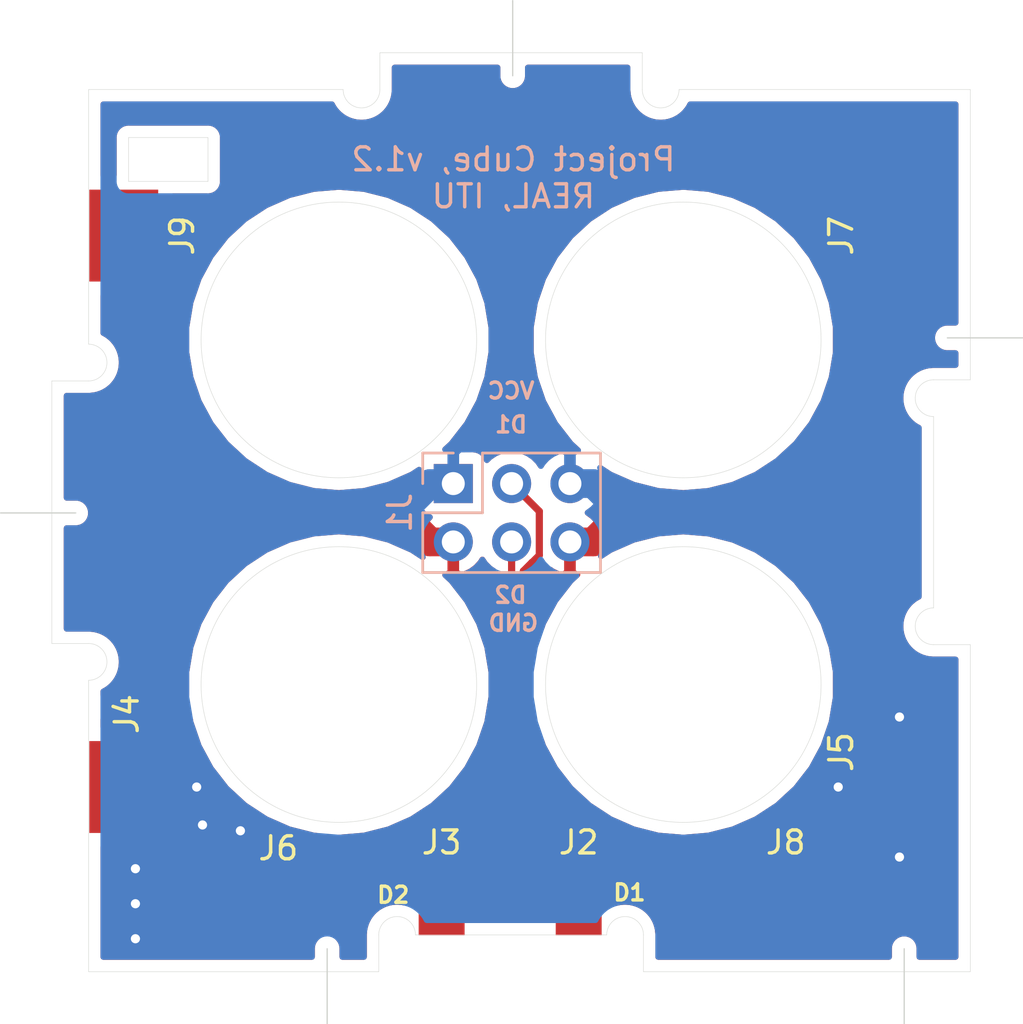
<source format=kicad_pcb>
(kicad_pcb (version 20171130) (host pcbnew "(5.1.10)-1")

  (general
    (thickness 1.6)
    (drawings 85)
    (tracks 31)
    (zones 0)
    (modules 9)
    (nets 5)
  )

  (page A4)
  (layers
    (0 F.Cu signal)
    (31 B.Cu signal)
    (32 B.Adhes user)
    (33 F.Adhes user)
    (34 B.Paste user)
    (35 F.Paste user)
    (36 B.SilkS user)
    (37 F.SilkS user)
    (38 B.Mask user)
    (39 F.Mask user)
    (40 Dwgs.User user)
    (41 Cmts.User user)
    (42 Eco1.User user)
    (43 Eco2.User user)
    (44 Edge.Cuts user)
    (45 Margin user)
    (46 B.CrtYd user)
    (47 F.CrtYd user)
    (48 B.Fab user)
    (49 F.Fab user)
  )

  (setup
    (last_trace_width 0.3125)
    (trace_clearance 0.2)
    (zone_clearance 0.508)
    (zone_45_only no)
    (trace_min 0.2)
    (via_size 0.8)
    (via_drill 0.4)
    (via_min_size 0.4)
    (via_min_drill 0.3)
    (uvia_size 0.3)
    (uvia_drill 0.1)
    (uvias_allowed no)
    (uvia_min_size 0.2)
    (uvia_min_drill 0.1)
    (edge_width 0.05)
    (segment_width 0.2)
    (pcb_text_width 0.3)
    (pcb_text_size 1.5 1.5)
    (mod_edge_width 0.12)
    (mod_text_size 1 1)
    (mod_text_width 0.15)
    (pad_size 1.524 1.524)
    (pad_drill 0.762)
    (pad_to_mask_clearance 0)
    (aux_axis_origin 0 0)
    (visible_elements 7FFFFFFF)
    (pcbplotparams
      (layerselection 0x010fc_ffffffff)
      (usegerberextensions false)
      (usegerberattributes true)
      (usegerberadvancedattributes true)
      (creategerberjobfile true)
      (excludeedgelayer true)
      (linewidth 0.100000)
      (plotframeref false)
      (viasonmask false)
      (mode 1)
      (useauxorigin false)
      (hpglpennumber 1)
      (hpglpenspeed 20)
      (hpglpendiameter 15.000000)
      (psnegative false)
      (psa4output false)
      (plotreference true)
      (plotvalue true)
      (plotinvisibletext false)
      (padsonsilk false)
      (subtractmaskfromsilk false)
      (outputformat 1)
      (mirror false)
      (drillshape 0)
      (scaleselection 1)
      (outputdirectory "Gerber/"))
  )

  (net 0 "")
  (net 1 VCC)
  (net 2 GND)
  (net 3 /D1)
  (net 4 /D2)

  (net_class Default "This is the default net class."
    (clearance 0.2)
    (trace_width 0.3125)
    (via_dia 0.8)
    (via_drill 0.4)
    (uvia_dia 0.3)
    (uvia_drill 0.1)
    (add_net /D1)
    (add_net /D2)
  )

  (net_class Power ""
    (clearance 0.2)
    (trace_width 1.25)
    (via_dia 1.2)
    (via_drill 0.4)
    (uvia_dia 0.3)
    (uvia_drill 0.1)
    (add_net GND)
    (add_net VCC)
  )

  (module Connector_PinHeader_2.54mm:PinHeader_2x03_P2.54mm_Vertical (layer B.Cu) (tedit 59FED5CC) (tstamp 61C494E8)
    (at 117.983 56.642 270)
    (descr "Through hole straight pin header, 2x03, 2.54mm pitch, double rows")
    (tags "Through hole pin header THT 2x03 2.54mm double row")
    (path /61C437A3)
    (fp_text reference J1 (at 1.27 2.33 270) (layer B.SilkS)
      (effects (font (size 1 1) (thickness 0.15)) (justify mirror))
    )
    (fp_text value Conn_02x03_Odd_Even (at 1.27 -7.41 270) (layer B.Fab)
      (effects (font (size 1 1) (thickness 0.15)) (justify mirror))
    )
    (fp_line (start 0 1.27) (end 3.81 1.27) (layer B.Fab) (width 0.1))
    (fp_line (start 3.81 1.27) (end 3.81 -6.35) (layer B.Fab) (width 0.1))
    (fp_line (start 3.81 -6.35) (end -1.27 -6.35) (layer B.Fab) (width 0.1))
    (fp_line (start -1.27 -6.35) (end -1.27 0) (layer B.Fab) (width 0.1))
    (fp_line (start -1.27 0) (end 0 1.27) (layer B.Fab) (width 0.1))
    (fp_line (start -1.33 -6.41) (end 3.87 -6.41) (layer B.SilkS) (width 0.12))
    (fp_line (start -1.33 -1.27) (end -1.33 -6.41) (layer B.SilkS) (width 0.12))
    (fp_line (start 3.87 1.33) (end 3.87 -6.41) (layer B.SilkS) (width 0.12))
    (fp_line (start -1.33 -1.27) (end 1.27 -1.27) (layer B.SilkS) (width 0.12))
    (fp_line (start 1.27 -1.27) (end 1.27 1.33) (layer B.SilkS) (width 0.12))
    (fp_line (start 1.27 1.33) (end 3.87 1.33) (layer B.SilkS) (width 0.12))
    (fp_line (start -1.33 0) (end -1.33 1.33) (layer B.SilkS) (width 0.12))
    (fp_line (start -1.33 1.33) (end 0 1.33) (layer B.SilkS) (width 0.12))
    (fp_line (start -1.8 1.8) (end -1.8 -6.85) (layer B.CrtYd) (width 0.05))
    (fp_line (start -1.8 -6.85) (end 4.35 -6.85) (layer B.CrtYd) (width 0.05))
    (fp_line (start 4.35 -6.85) (end 4.35 1.8) (layer B.CrtYd) (width 0.05))
    (fp_line (start 4.35 1.8) (end -1.8 1.8) (layer B.CrtYd) (width 0.05))
    (fp_text user %R (at 1.27 -2.54) (layer B.Fab)
      (effects (font (size 1 1) (thickness 0.15)) (justify mirror))
    )
    (pad 1 thru_hole rect (at 0 0 270) (size 1.7 1.7) (drill 1) (layers *.Cu *.Mask)
      (net 1 VCC))
    (pad 2 thru_hole oval (at 2.54 0 270) (size 1.7 1.7) (drill 1) (layers *.Cu *.Mask)
      (net 2 GND))
    (pad 3 thru_hole oval (at 0 -2.54 270) (size 1.7 1.7) (drill 1) (layers *.Cu *.Mask)
      (net 3 /D1))
    (pad 4 thru_hole oval (at 2.54 -2.54 270) (size 1.7 1.7) (drill 1) (layers *.Cu *.Mask)
      (net 4 /D2))
    (pad 5 thru_hole oval (at 0 -5.08 270) (size 1.7 1.7) (drill 1) (layers *.Cu *.Mask)
      (net 1 VCC))
    (pad 6 thru_hole oval (at 2.54 -5.08 270) (size 1.7 1.7) (drill 1) (layers *.Cu *.Mask)
      (net 2 GND))
    (model ${KISYS3DMOD}/Connector_PinHeader_2.54mm.3dshapes/PinHeader_2x03_P2.54mm_Vertical.wrl
      (at (xyz 0 0 0))
      (scale (xyz 1 1 1))
      (rotate (xyz 0 0 0))
    )
  )

  (module Custom:CubeCenterPad (layer F.Cu) (tedit 61C3800F) (tstamp 61C858C7)
    (at 123.444 74.803 180)
    (path /61C49B21)
    (fp_text reference J2 (at 0 2.54) (layer F.SilkS)
      (effects (font (size 1 1) (thickness 0.15)))
    )
    (fp_text value Conn_01x01 (at 0 -2.54) (layer F.Fab)
      (effects (font (size 1 1) (thickness 0.15)))
    )
    (pad 1 smd rect (at 0 0 180) (size 2 3) (layers F.Cu F.Paste F.Mask)
      (net 3 /D1))
  )

  (module Custom:CubeCenterPad (layer F.Cu) (tedit 61C3800F) (tstamp 61C494F2)
    (at 117.475 74.803 180)
    (path /61C4A314)
    (fp_text reference J3 (at 0 2.54) (layer F.SilkS)
      (effects (font (size 1 1) (thickness 0.15)))
    )
    (fp_text value Conn_01x01 (at 0 -2.54) (layer F.Fab)
      (effects (font (size 1 1) (thickness 0.15)))
    )
    (pad 1 smd rect (at 0 0 180) (size 2 3) (layers F.Cu F.Paste F.Mask)
      (net 4 /D2))
  )

  (module Custom:CubeSidePad (layer F.Cu) (tedit 61C380AB) (tstamp 61C494F7)
    (at 103.632 69.85 270)
    (path /61C4570A)
    (fp_text reference J4 (at -3.175 -0.127 90) (layer F.SilkS)
      (effects (font (size 1 1) (thickness 0.15)))
    )
    (fp_text value Conn_01x01 (at 0 -2.54 90) (layer F.Fab)
      (effects (font (size 1 1) (thickness 0.15)))
    )
    (pad 1 smd rect (at 0 0 270) (size 4 3) (layers F.Cu F.Paste F.Mask)
      (net 1 VCC))
  )

  (module Custom:CubeSidePad (layer F.Cu) (tedit 61C380AB) (tstamp 61C494FC)
    (at 137.414 69.85 270)
    (path /61C48CBE)
    (fp_text reference J5 (at -1.524 2.54 90) (layer F.SilkS)
      (effects (font (size 1 1) (thickness 0.15)))
    )
    (fp_text value Conn_01x01 (at 0 -2.54 90) (layer F.Fab)
      (effects (font (size 1 1) (thickness 0.15)))
    )
    (pad 1 smd rect (at 0 0 270) (size 4 3) (layers F.Cu F.Paste F.Mask)
      (net 1 VCC))
  )

  (module Custom:CubeSidePad (layer F.Cu) (tedit 61C380AB) (tstamp 61C49501)
    (at 108.458 74.803 180)
    (path /61C48EB9)
    (fp_text reference J6 (at -1.905 2.286) (layer F.SilkS)
      (effects (font (size 1 1) (thickness 0.15)))
    )
    (fp_text value Conn_01x01 (at 0 -2.54) (layer F.Fab)
      (effects (font (size 1 1) (thickness 0.15)))
    )
    (pad 1 smd rect (at 0 0 180) (size 4 3) (layers F.Cu F.Paste F.Mask)
      (net 1 VCC))
  )

  (module Custom:CubeSidePad (layer F.Cu) (tedit 61C380AB) (tstamp 61C49506)
    (at 137.414 45.847 270)
    (path /61C490F9)
    (fp_text reference J7 (at 0 2.54 90) (layer F.SilkS)
      (effects (font (size 1 1) (thickness 0.15)))
    )
    (fp_text value Conn_01x01 (at 0 -2.54 90) (layer F.Fab)
      (effects (font (size 1 1) (thickness 0.15)))
    )
    (pad 1 smd rect (at 0 0 270) (size 4 3) (layers F.Cu F.Paste F.Mask)
      (net 2 GND))
  )

  (module Custom:CubeSidePad (layer F.Cu) (tedit 61C380AB) (tstamp 61C4950B)
    (at 132.461 74.803 180)
    (path /61C4967D)
    (fp_text reference J8 (at 0 2.54) (layer F.SilkS)
      (effects (font (size 1 1) (thickness 0.15)))
    )
    (fp_text value Conn_01x01 (at 0 -2.54) (layer F.Fab)
      (effects (font (size 1 1) (thickness 0.15)))
    )
    (pad 1 smd rect (at 0 0 180) (size 4 3) (layers F.Cu F.Paste F.Mask)
      (net 2 GND))
  )

  (module Custom:CubeSidePad (layer F.Cu) (tedit 61C380AB) (tstamp 61C49510)
    (at 103.632 45.847 270)
    (path /61C498AD)
    (fp_text reference J9 (at 0 -2.54 90) (layer F.SilkS)
      (effects (font (size 1 1) (thickness 0.15)))
    )
    (fp_text value Conn_01x01 (at 0 -2.54 90) (layer F.Fab)
      (effects (font (size 1 1) (thickness 0.15)))
    )
    (pad 1 smd rect (at 0 0 270) (size 4 3) (layers F.Cu F.Paste F.Mask)
      (net 2 GND))
  )

  (gr_line (start 112.49 76.89) (end 112.49 80.16) (layer Edge.Cuts) (width 0.05588) (tstamp 62971C3E))
  (gr_line (start 137.62 76.89) (end 137.62 80.16) (layer Edge.Cuts) (width 0.05588) (tstamp 62964274))
  (gr_line (start 101.54 57.92) (end 98.27 57.92) (layer Edge.Cuts) (width 0.05588) (tstamp 62964274))
  (gr_line (start 120.57 38.89) (end 120.57 35.62) (layer Edge.Cuts) (width 0.05588) (tstamp 62964274))
  (gr_line (start 139.5 50.3) (end 142.77 50.3) (layer Edge.Cuts) (width 0.05588))
  (gr_arc (start 138.9 52.924715) (end 138.9 52.124715) (angle -180) (layer Edge.Cuts) (width 0.02) (tstamp 62963CC3))
  (gr_arc (start 125.464285 76.289) (end 126.264285 76.289) (angle -180) (layer Edge.Cuts) (width 0.02) (tstamp 62963CC3))
  (gr_arc (start 138.9 62.853285) (end 138.9 62.053285) (angle -180) (layer Edge.Cuts) (width 0.02) (tstamp 62963C0F))
  (gr_arc (start 115.535715 76.288999) (end 116.335715 76.288999) (angle -180) (layer Edge.Cuts) (width 0.02) (tstamp 62963C0F))
  (gr_arc (start 113.985715 39.489) (end 113.185715 39.489) (angle -180) (layer Edge.Cuts) (width 0.02) (tstamp 62963C0F))
  (gr_arc (start 102.1 64.403285) (end 102.1 65.203285) (angle -180) (layer Edge.Cuts) (width 0.02) (tstamp 62963C0F))
  (gr_arc (start 102.1 51.374715) (end 102.1 52.174715) (angle -180) (layer Edge.Cuts) (width 0.02) (tstamp 62963BC1))
  (gr_arc (start 127.014285 39.489) (end 126.214285 39.489) (angle -180) (layer Edge.Cuts) (width 0.02))
  (gr_text D2 (at 115.3668 74.549) (layer F.SilkS) (tstamp 61E0407A)
    (effects (font (size 0.7 0.7) (thickness 0.15)))
  )
  (gr_text D1 (at 125.6538 74.4474) (layer F.SilkS)
    (effects (font (size 0.7 0.7) (thickness 0.15)))
  )
  (gr_text GND (at 120.5992 62.7126) (layer B.SilkS) (tstamp 61E038D7)
    (effects (font (size 0.7 0.7) (thickness 0.15)) (justify mirror))
  )
  (gr_text D2 (at 120.4722 61.4934) (layer B.SilkS) (tstamp 61E038D7)
    (effects (font (size 0.7 0.7) (thickness 0.15)) (justify mirror))
  )
  (gr_text D1 (at 120.4976 54.0766) (layer B.SilkS) (tstamp 61E038D7)
    (effects (font (size 0.7 0.7) (thickness 0.15)) (justify mirror))
  )
  (gr_text VCC (at 120.4976 52.6034) (layer B.SilkS)
    (effects (font (size 0.7 0.7) (thickness 0.15)) (justify mirror))
  )
  (gr_line (start 107.3 41.579) (end 107.3 43.489) (layer Edge.Cuts) (width 0.02) (tstamp 61DED620))
  (gr_line (start 106.74 41.579) (end 106.74 43.489) (layer Dwgs.User) (width 0.02) (tstamp 61DED3DA))
  (gr_line (start 103.84 43.489) (end 107.3 43.489) (layer Edge.Cuts) (width 0.02))
  (gr_line (start 103.84 41.579) (end 107.3 41.579) (layer Edge.Cuts) (width 0.02))
  (gr_line (start 103.84 41.579) (end 103.84 43.489) (layer Edge.Cuts) (width 0.02))
  (gr_text "Project Cube, v1.2\nREAL, ITU" (at 120.5992 43.3324) (layer B.SilkS)
    (effects (font (size 1 1) (thickness 0.15)) (justify mirror))
  )
  (gr_line (start 102.1 47.889) (end 102.1 43.889) (layer Edge.Cuts) (width 0.02))
  (gr_line (start 102.1 71.889) (end 102.1 67.889) (layer Edge.Cuts) (width 0.02))
  (gr_line (start 118.5 76.288999) (end 116.5 76.288999) (layer Edge.Cuts) (width 0.02))
  (gr_line (start 124.5 76.288999) (end 122.5 76.289) (layer Edge.Cuts) (width 0.02))
  (gr_line (start 138.9 67.889) (end 135.899999 67.889) (layer Dwgs.User) (width 0.2))
  (gr_line (start 138.9 71.889) (end 138.9 67.889) (layer Dwgs.User) (width 0.2))
  (gr_line (start 135.899999 71.889) (end 138.9 71.889) (layer Dwgs.User) (width 0.2))
  (gr_line (start 135.899999 67.889) (end 135.899999 71.889) (layer Dwgs.User) (width 0.2))
  (gr_line (start 110.5 76.289) (end 110.5 73.288999) (layer Dwgs.User) (width 0.2))
  (gr_line (start 106.5 76.289) (end 110.5 76.289) (layer Dwgs.User) (width 0.2))
  (gr_line (start 106.5 73.288999) (end 106.5 76.289) (layer Dwgs.User) (width 0.2))
  (gr_line (start 110.5 73.288999) (end 106.5 73.288999) (layer Dwgs.User) (width 0.2))
  (gr_line (start 134.5 73.288999) (end 130.5 73.288999) (layer Dwgs.User) (width 0.2))
  (gr_line (start 134.5 76.289) (end 134.5 73.288999) (layer Dwgs.User) (width 0.2))
  (gr_line (start 130.5 76.289) (end 134.5 76.289) (layer Dwgs.User) (width 0.2))
  (gr_line (start 130.5 73.288999) (end 130.5 76.289) (layer Dwgs.User) (width 0.2))
  (gr_line (start 138.9 47.889) (end 138.9 43.889) (layer Dwgs.User) (width 0.2))
  (gr_line (start 135.899999 47.889) (end 138.9 47.889) (layer Dwgs.User) (width 0.2))
  (gr_line (start 135.899999 43.889) (end 135.899999 47.889) (layer Dwgs.User) (width 0.2))
  (gr_line (start 138.9 43.889) (end 135.899999 43.889) (layer Dwgs.User) (width 0.2))
  (gr_circle (center 113 50.389001) (end 107 50.389001) (layer Edge.Cuts) (width 0.02))
  (gr_circle (center 113 65.389) (end 107 65.389) (layer Edge.Cuts) (width 0.02))
  (gr_circle (center 127.999999 50.389001) (end 121.999999 50.389001) (layer Edge.Cuts) (width 0.02))
  (gr_circle (center 127.999999 65.389) (end 121.999999 65.389) (layer Edge.Cuts) (width 0.02))
  (gr_line (start 124.664285 76.289) (end 124.5 76.288999) (layer Edge.Cuts) (width 0.02))
  (gr_line (start 126.264285 77.889) (end 126.264285 76.289) (layer Edge.Cuts) (width 0.02))
  (gr_line (start 140.5 77.889) (end 126.264285 77.889) (layer Edge.Cuts) (width 0.02))
  (gr_line (start 140.5 63.653285) (end 140.5 77.889) (layer Edge.Cuts) (width 0.02))
  (gr_line (start 138.9 63.653285) (end 140.5 63.653285) (layer Edge.Cuts) (width 0.02))
  (gr_line (start 138.9 53.724715) (end 138.9 62.053285) (layer Edge.Cuts) (width 0.02))
  (gr_line (start 140.5 52.124715) (end 138.9 52.124715) (layer Edge.Cuts) (width 0.02))
  (gr_line (start 140.5 39.489001) (end 140.5 52.124715) (layer Edge.Cuts) (width 0.02))
  (gr_line (start 127.814285 39.489) (end 140.5 39.489) (layer Edge.Cuts) (width 0.02))
  (gr_line (start 126.214285 37.889) (end 126.214285 39.489) (layer Edge.Cuts) (width 0.02))
  (gr_line (start 114.785715 37.889) (end 126.214285 37.889) (layer Edge.Cuts) (width 0.02))
  (gr_line (start 114.785715 39.489) (end 114.785715 37.889) (layer Edge.Cuts) (width 0.02))
  (gr_line (start 102.1 39.489) (end 113.185715 39.489) (layer Edge.Cuts) (width 0.02))
  (gr_line (start 102.1 43.889) (end 102.1 39.489) (layer Edge.Cuts) (width 0.02))
  (gr_line (start 105.1 43.889) (end 102.1 43.889) (layer Dwgs.User) (width 0.2))
  (gr_line (start 105.1 47.889) (end 105.1 43.889) (layer Dwgs.User) (width 0.2))
  (gr_line (start 102.1 47.889) (end 105.1 47.889) (layer Dwgs.User) (width 0.2))
  (gr_line (start 102.1 50.574715) (end 102.1 47.889) (layer Edge.Cuts) (width 0.02))
  (gr_line (start 100.5 52.174715) (end 102.1 52.174715) (layer Edge.Cuts) (width 0.02))
  (gr_line (start 100.5 63.603285) (end 100.5 52.174715) (layer Edge.Cuts) (width 0.02))
  (gr_line (start 102.1 63.603285) (end 100.5 63.603285) (layer Edge.Cuts) (width 0.02))
  (gr_line (start 102.1 67.889) (end 102.1 65.203285) (layer Edge.Cuts) (width 0.02))
  (gr_line (start 105.100001 67.889) (end 102.1 67.889) (layer Dwgs.User) (width 0.2))
  (gr_line (start 105.100001 71.889) (end 105.100001 67.889) (layer Dwgs.User) (width 0.2))
  (gr_line (start 102.1 71.889) (end 105.100001 71.889) (layer Dwgs.User) (width 0.2))
  (gr_line (start 102.1 77.889) (end 102.1 71.889) (layer Edge.Cuts) (width 0.02))
  (gr_line (start 114.735715 77.889) (end 102.1 77.889) (layer Edge.Cuts) (width 0.02))
  (gr_line (start 114.735715 76.288999) (end 114.735715 77.889) (layer Edge.Cuts) (width 0.02))
  (gr_line (start 116.5 76.288999) (end 116.335715 76.288999) (layer Edge.Cuts) (width 0.02))
  (gr_line (start 116.5 73.288999) (end 116.5 76.288999) (layer Dwgs.User) (width 0.2))
  (gr_line (start 118.5 73.288999) (end 116.5 73.288999) (layer Dwgs.User) (width 0.2))
  (gr_line (start 118.5 76.288999) (end 118.5 73.288999) (layer Dwgs.User) (width 0.2))
  (gr_line (start 122.5 76.289) (end 118.5 76.288999) (layer Edge.Cuts) (width 0.02))
  (gr_line (start 122.5 73.288999) (end 122.5 76.289) (layer Dwgs.User) (width 0.2))
  (gr_line (start 124.5 73.288999) (end 122.5 73.288999) (layer Dwgs.User) (width 0.2))
  (gr_line (start 124.5 76.288999) (end 124.5 73.288999) (layer Dwgs.User) (width 0.2))

  (via (at 137.414 66.802) (size 1.2) (drill 0.4) (layers F.Cu B.Cu) (net 1))
  (segment (start 137.414 69.85) (end 137.414 66.802) (width 1.25) (layer F.Cu) (net 1))
  (via (at 137.414 72.898) (size 1.2) (drill 0.4) (layers F.Cu B.Cu) (net 1))
  (segment (start 137.414 69.85) (end 137.414 72.898) (width 1.25) (layer F.Cu) (net 1))
  (via (at 134.747 69.85) (size 1.2) (drill 0.4) (layers F.Cu B.Cu) (net 1))
  (segment (start 137.414 69.85) (end 134.747 69.85) (width 1.25) (layer F.Cu) (net 1))
  (via (at 104.14 76.454) (size 1.2) (drill 0.4) (layers F.Cu B.Cu) (net 1))
  (via (at 104.14 74.93) (size 1.2) (drill 0.4) (layers F.Cu B.Cu) (net 1))
  (via (at 108.712 71.755) (size 1.2) (drill 0.4) (layers F.Cu B.Cu) (net 1))
  (via (at 106.807 69.85) (size 1.2) (drill 0.4) (layers F.Cu B.Cu) (net 1))
  (via (at 104.14 73.406) (size 1.2) (drill 0.4) (layers F.Cu B.Cu) (net 1))
  (via (at 107.061 71.501) (size 1.2) (drill 0.4) (layers F.Cu B.Cu) (net 1))
  (segment (start 117.983 56.642) (end 116.967 56.642) (width 1.25) (layer B.Cu) (net 1))
  (segment (start 116.967 56.642) (end 115.697 57.912) (width 1.25) (layer B.Cu) (net 1))
  (segment (start 123.063 56.642) (end 124.079 56.642) (width 1.25) (layer B.Cu) (net 1))
  (segment (start 124.079 56.642) (end 125.349 57.912) (width 1.25) (layer B.Cu) (net 1))
  (segment (start 125.349 57.912) (end 128.905 57.912) (width 1.25) (layer B.Cu) (net 1))
  (segment (start 123.063 59.182) (end 124.079 59.182) (width 1.25) (layer F.Cu) (net 2))
  (segment (start 124.079 59.182) (end 125.349 57.912) (width 1.25) (layer F.Cu) (net 2))
  (segment (start 117.983 59.182) (end 116.967 59.182) (width 1.25) (layer F.Cu) (net 2))
  (segment (start 116.967 59.182) (end 115.697 57.912) (width 1.25) (layer F.Cu) (net 2))
  (segment (start 123.444 74.375778) (end 123.444 74.803) (width 0.3125) (layer F.Cu) (net 3))
  (segment (start 121.03551 71.967288) (end 123.444 74.375778) (width 0.3125) (layer F.Cu) (net 3))
  (segment (start 121.03551 60.44749) (end 121.03551 71.967288) (width 0.3125) (layer F.Cu) (net 3))
  (segment (start 121.404748 60.078252) (end 121.03551 60.44749) (width 0.3125) (layer F.Cu) (net 3))
  (segment (start 121.412 60.078252) (end 121.404748 60.078252) (width 0.3125) (layer F.Cu) (net 3))
  (segment (start 121.729251 59.761001) (end 121.412 60.078252) (width 0.3125) (layer F.Cu) (net 3))
  (segment (start 121.729251 57.848251) (end 121.729251 59.761001) (width 0.3125) (layer F.Cu) (net 3))
  (segment (start 120.523 56.642) (end 121.729251 57.848251) (width 0.3125) (layer F.Cu) (net 3))
  (segment (start 117.475 74.803) (end 120.523 71.755) (width 0.3125) (layer F.Cu) (net 4))
  (segment (start 120.523 71.755) (end 120.523 59.182) (width 0.3125) (layer F.Cu) (net 4))

  (zone (net 1) (net_name VCC) (layer F.Cu) (tstamp 62963E35) (hatch edge 0.508)
    (connect_pads (clearance 0.508))
    (min_thickness 0.254)
    (fill yes (arc_segments 32) (thermal_gap 0.508) (thermal_bridge_width 0.508))
    (polygon
      (pts
        (xy 102.108 66.802) (xy 107.061 66.802) (xy 107.188 67.183) (xy 107.315 67.691) (xy 107.569 68.199)
        (xy 108.331 69.342) (xy 109.22 70.104) (xy 110.617 70.993) (xy 112.141 71.374) (xy 112.141 77.851)
        (xy 102.108 77.851)
      )
    )
    (filled_polygon
      (pts
        (xy 106.538947 67.025161) (xy 106.896371 68.0663) (xy 107.420285 69.034409) (xy 108.0964 69.903082) (xy 108.906272 70.648621)
        (xy 109.827811 71.250693) (xy 110.835878 71.692872) (xy 111.902977 71.963098) (xy 112.014 71.972298) (xy 112.014 76.425011)
        (xy 111.936119 76.51991) (xy 111.87456 76.635078) (xy 111.836653 76.760042) (xy 111.82706 76.85744) (xy 111.82706 77.244)
        (xy 102.745 77.244) (xy 102.745 76.303) (xy 105.819928 76.303) (xy 105.832188 76.427482) (xy 105.868498 76.54718)
        (xy 105.927463 76.657494) (xy 106.006815 76.754185) (xy 106.103506 76.833537) (xy 106.21382 76.892502) (xy 106.333518 76.928812)
        (xy 106.458 76.941072) (xy 108.17225 76.938) (xy 108.331 76.77925) (xy 108.331 74.93) (xy 108.585 74.93)
        (xy 108.585 76.77925) (xy 108.74375 76.938) (xy 110.458 76.941072) (xy 110.582482 76.928812) (xy 110.70218 76.892502)
        (xy 110.812494 76.833537) (xy 110.909185 76.754185) (xy 110.988537 76.657494) (xy 111.047502 76.54718) (xy 111.083812 76.427482)
        (xy 111.096072 76.303) (xy 111.093 75.08875) (xy 110.93425 74.93) (xy 108.585 74.93) (xy 108.331 74.93)
        (xy 105.98175 74.93) (xy 105.823 75.08875) (xy 105.819928 76.303) (xy 102.745 76.303) (xy 102.745 73.303)
        (xy 105.819928 73.303) (xy 105.823 74.51725) (xy 105.98175 74.676) (xy 108.331 74.676) (xy 108.331 72.82675)
        (xy 108.585 72.82675) (xy 108.585 74.676) (xy 110.93425 74.676) (xy 111.093 74.51725) (xy 111.096072 73.303)
        (xy 111.083812 73.178518) (xy 111.047502 73.05882) (xy 110.988537 72.948506) (xy 110.909185 72.851815) (xy 110.812494 72.772463)
        (xy 110.70218 72.713498) (xy 110.582482 72.677188) (xy 110.458 72.664928) (xy 108.74375 72.668) (xy 108.585 72.82675)
        (xy 108.331 72.82675) (xy 108.17225 72.668) (xy 106.458 72.664928) (xy 106.333518 72.677188) (xy 106.21382 72.713498)
        (xy 106.103506 72.772463) (xy 106.006815 72.851815) (xy 105.927463 72.948506) (xy 105.868498 73.05882) (xy 105.832188 73.178518)
        (xy 105.819928 73.303) (xy 102.745 73.303) (xy 102.745 72.486521) (xy 103.34625 72.485) (xy 103.505 72.32625)
        (xy 103.505 69.977) (xy 103.759 69.977) (xy 103.759 72.32625) (xy 103.91775 72.485) (xy 105.132 72.488072)
        (xy 105.256482 72.475812) (xy 105.37618 72.439502) (xy 105.486494 72.380537) (xy 105.583185 72.301185) (xy 105.662537 72.204494)
        (xy 105.721502 72.09418) (xy 105.757812 71.974482) (xy 105.770072 71.85) (xy 105.767 70.13575) (xy 105.60825 69.977)
        (xy 103.759 69.977) (xy 103.505 69.977) (xy 103.485 69.977) (xy 103.485 69.723) (xy 103.505 69.723)
        (xy 103.505 67.37375) (xy 103.759 67.37375) (xy 103.759 69.723) (xy 105.60825 69.723) (xy 105.767 69.56425)
        (xy 105.770072 67.85) (xy 105.757812 67.725518) (xy 105.721502 67.60582) (xy 105.662537 67.495506) (xy 105.583185 67.398815)
        (xy 105.486494 67.319463) (xy 105.37618 67.260498) (xy 105.256482 67.224188) (xy 105.132 67.211928) (xy 103.91775 67.215)
        (xy 103.759 67.37375) (xy 103.505 67.37375) (xy 103.34625 67.215) (xy 102.745 67.213479) (xy 102.745 66.929)
        (xy 106.522901 66.929)
      )
    )
  )
  (zone (net 2) (net_name GND) (layer F.Cu) (tstamp 62963E32) (hatch edge 0.508)
    (connect_pads (clearance 0.508))
    (min_thickness 0.254)
    (fill yes (arc_segments 32) (thermal_gap 0.508) (thermal_bridge_width 0.508))
    (polygon
      (pts
        (xy 126.385 76.16) (xy 114.701 76.16) (xy 114.701 77.811) (xy 112.8 77.84) (xy 112.87 70.86)
        (xy 112.33 70.79) (xy 111.62 70.55) (xy 110.79 70.24) (xy 110.13 69.89) (xy 109.55 69.34)
        (xy 109.01 68.86) (xy 108.72 68.29) (xy 108.325 67.415) (xy 107.15 65.97) (xy 102.26 65.96)
        (xy 102.255 63.46) (xy 100.604 63.46) (xy 100.604 52.157) (xy 102.128 52.157) (xy 102.128 39.584)
        (xy 114.828 39.584) (xy 114.828 37.933) (xy 126.131 37.933) (xy 126.131 39.584) (xy 140.482 39.584)
        (xy 140.482 52.03) (xy 138.831 52.03) (xy 138.831 63.714) (xy 140.482 63.714) (xy 140.482 77.811)
        (xy 126.385 77.811)
      )
    )
    (filled_polygon
      (pts
        (xy 119.90706 38.92256) (xy 119.916653 39.019958) (xy 119.95456 39.144922) (xy 120.016119 39.26009) (xy 120.098963 39.361037)
        (xy 120.199909 39.443881) (xy 120.315077 39.50544) (xy 120.440041 39.543347) (xy 120.57 39.556147) (xy 120.699958 39.543347)
        (xy 120.824922 39.50544) (xy 120.94009 39.443881) (xy 121.041037 39.361037) (xy 121.123881 39.260091) (xy 121.18544 39.144923)
        (xy 121.223347 39.019959) (xy 121.23294 38.922561) (xy 121.23294 38.534) (xy 125.569285 38.534) (xy 125.569286 39.520679)
        (xy 125.572441 39.552713) (xy 125.572441 39.563111) (xy 125.573383 39.572068) (xy 125.590787 39.727227) (xy 125.602946 39.784433)
        (xy 125.614296 39.841754) (xy 125.616959 39.850357) (xy 125.664169 39.999182) (xy 125.687202 40.052922) (xy 125.709475 40.106961)
        (xy 125.713758 40.114884) (xy 125.788975 40.251703) (xy 125.821995 40.299928) (xy 125.854355 40.348633) (xy 125.860096 40.355573)
        (xy 125.960456 40.475177) (xy 126.002234 40.516089) (xy 126.043416 40.557559) (xy 126.050395 40.563251) (xy 126.172075 40.661084)
        (xy 126.220988 40.693092) (xy 126.269456 40.725784) (xy 126.277408 40.730012) (xy 126.415774 40.802348) (xy 126.469983 40.82425)
        (xy 126.523867 40.846901) (xy 126.532488 40.849504) (xy 126.682269 40.893587) (xy 126.739695 40.904542) (xy 126.796958 40.916296)
        (xy 126.805921 40.917175) (xy 126.961411 40.931326) (xy 127.019871 40.930918) (xy 127.078331 40.931326) (xy 127.087283 40.930448)
        (xy 127.08729 40.930448) (xy 127.087296 40.930447) (xy 127.24257 40.914126) (xy 127.299862 40.902366) (xy 127.357254 40.891418)
        (xy 127.365876 40.888815) (xy 127.365881 40.888814) (xy 127.365886 40.888812) (xy 127.515026 40.842646) (xy 127.568905 40.819998)
        (xy 127.623124 40.798092) (xy 127.631076 40.793864) (xy 127.768418 40.719603) (xy 127.816894 40.686905) (xy 127.865797 40.654904)
        (xy 127.872777 40.649212) (xy 127.993079 40.549689) (xy 128.034263 40.508217) (xy 128.076041 40.467305) (xy 128.081782 40.460365)
        (xy 128.180462 40.339371) (xy 128.212825 40.29066) (xy 128.245839 40.242445) (xy 128.250123 40.234523) (xy 128.303572 40.134)
        (xy 139.855 40.134) (xy 139.855001 49.63706) (xy 139.467439 49.63706) (xy 139.370041 49.646653) (xy 139.245077 49.68456)
        (xy 139.129909 49.746119) (xy 139.028963 49.828963) (xy 138.946119 49.929909) (xy 138.88456 50.045077) (xy 138.846653 50.170041)
        (xy 138.833853 50.3) (xy 138.846653 50.429959) (xy 138.88456 50.554923) (xy 138.946119 50.670091) (xy 139.028963 50.771037)
        (xy 139.129909 50.853881) (xy 139.245077 50.91544) (xy 139.370041 50.953347) (xy 139.467439 50.96294) (xy 139.855001 50.96294)
        (xy 139.855001 51.479715) (xy 138.868321 51.479715) (xy 138.836276 51.482871) (xy 138.825889 51.482871) (xy 138.816932 51.483813)
        (xy 138.661773 51.501217) (xy 138.604567 51.513376) (xy 138.547246 51.524726) (xy 138.538642 51.527389) (xy 138.389818 51.574599)
        (xy 138.33608 51.597631) (xy 138.282038 51.619905) (xy 138.27412 51.624187) (xy 138.274115 51.624189) (xy 138.274111 51.624192)
        (xy 138.137296 51.699405) (xy 138.089015 51.732463) (xy 138.040367 51.764785) (xy 138.033427 51.770526) (xy 137.913823 51.870886)
        (xy 137.872911 51.912664) (xy 137.831441 51.953846) (xy 137.825748 51.960825) (xy 137.727916 52.082505) (xy 137.695919 52.131403)
        (xy 137.663216 52.179886) (xy 137.658987 52.187838) (xy 137.586652 52.326204) (xy 137.564761 52.380387) (xy 137.542099 52.434296)
        (xy 137.539496 52.442918) (xy 137.495413 52.592698) (xy 137.484457 52.650131) (xy 137.472704 52.707387) (xy 137.471825 52.71635)
        (xy 137.457674 52.871841) (xy 137.458082 52.930301) (xy 137.457674 52.988761) (xy 137.458552 52.997713) (xy 137.458552 52.997719)
        (xy 137.458553 52.997722) (xy 137.458553 52.997724) (xy 137.474874 53.153) (xy 137.486634 53.210292) (xy 137.497582 53.267684)
        (xy 137.500185 53.276306) (xy 137.500186 53.276311) (xy 137.500188 53.276316) (xy 137.546354 53.425456) (xy 137.569002 53.479335)
        (xy 137.590908 53.533554) (xy 137.595136 53.541506) (xy 137.669397 53.678848) (xy 137.702095 53.727324) (xy 137.734096 53.776227)
        (xy 137.739788 53.783207) (xy 137.839311 53.903509) (xy 137.880783 53.944693) (xy 137.921695 53.986471) (xy 137.928635 53.992212)
        (xy 138.049629 54.090892) (xy 138.09834 54.123255) (xy 138.146555 54.156269) (xy 138.154477 54.160553) (xy 138.255 54.214002)
        (xy 138.255001 61.563267) (xy 138.137296 61.627975) (xy 138.089015 61.661033) (xy 138.040367 61.693355) (xy 138.033427 61.699096)
        (xy 137.913823 61.799456) (xy 137.872911 61.841234) (xy 137.831441 61.882416) (xy 137.825748 61.889395) (xy 137.727916 62.011075)
        (xy 137.695919 62.059973) (xy 137.663216 62.108456) (xy 137.658987 62.116408) (xy 137.586652 62.254774) (xy 137.564761 62.308957)
        (xy 137.542099 62.362866) (xy 137.539496 62.371488) (xy 137.495413 62.521268) (xy 137.484457 62.578701) (xy 137.472704 62.635957)
        (xy 137.471825 62.64492) (xy 137.457674 62.800411) (xy 137.458082 62.858871) (xy 137.457674 62.917331) (xy 137.458552 62.926283)
        (xy 137.458552 62.926289) (xy 137.458553 62.926292) (xy 137.458553 62.926294) (xy 137.474874 63.08157) (xy 137.486634 63.138862)
        (xy 137.497582 63.196254) (xy 137.500185 63.204876) (xy 137.500186 63.204881) (xy 137.500188 63.204886) (xy 137.546354 63.354026)
        (xy 137.569002 63.407905) (xy 137.590908 63.462124) (xy 137.595136 63.470076) (xy 137.669397 63.607418) (xy 137.702095 63.655894)
        (xy 137.734096 63.704797) (xy 137.739788 63.711777) (xy 137.839311 63.832079) (xy 137.880783 63.873263) (xy 137.921695 63.915041)
        (xy 137.928635 63.920782) (xy 138.049629 64.019462) (xy 138.09834 64.051825) (xy 138.146555 64.084839) (xy 138.154477 64.089123)
        (xy 138.292335 64.162423) (xy 138.346394 64.184705) (xy 138.400116 64.20773) (xy 138.408712 64.210391) (xy 138.408718 64.210393)
        (xy 138.408724 64.210394) (xy 138.558189 64.255521) (xy 138.61555 64.266879) (xy 138.672714 64.279029) (xy 138.681671 64.279971)
        (xy 138.837058 64.295207) (xy 138.837068 64.295207) (xy 138.868321 64.298285) (xy 139.855 64.298285) (xy 139.855001 77.244)
        (xy 138.28294 77.244) (xy 138.28294 76.857439) (xy 138.273347 76.760041) (xy 138.23544 76.635077) (xy 138.173881 76.519909)
        (xy 138.091037 76.418963) (xy 137.99009 76.336119) (xy 137.874922 76.27456) (xy 137.749958 76.236653) (xy 137.62 76.223853)
        (xy 137.490041 76.236653) (xy 137.365077 76.27456) (xy 137.249909 76.336119) (xy 137.148963 76.418963) (xy 137.066119 76.51991)
        (xy 137.00456 76.635078) (xy 136.966653 76.760042) (xy 136.95706 76.85744) (xy 136.95706 77.244) (xy 126.909285 77.244)
        (xy 126.909285 76.303) (xy 129.822928 76.303) (xy 129.835188 76.427482) (xy 129.871498 76.54718) (xy 129.930463 76.657494)
        (xy 130.009815 76.754185) (xy 130.106506 76.833537) (xy 130.21682 76.892502) (xy 130.336518 76.928812) (xy 130.461 76.941072)
        (xy 132.17525 76.938) (xy 132.334 76.77925) (xy 132.334 74.93) (xy 132.588 74.93) (xy 132.588 76.77925)
        (xy 132.74675 76.938) (xy 134.461 76.941072) (xy 134.585482 76.928812) (xy 134.70518 76.892502) (xy 134.815494 76.833537)
        (xy 134.912185 76.754185) (xy 134.991537 76.657494) (xy 135.050502 76.54718) (xy 135.086812 76.427482) (xy 135.099072 76.303)
        (xy 135.096 75.08875) (xy 134.93725 74.93) (xy 132.588 74.93) (xy 132.334 74.93) (xy 129.98475 74.93)
        (xy 129.826 75.08875) (xy 129.822928 76.303) (xy 126.909285 76.303) (xy 126.909285 76.257321) (xy 126.906129 76.225276)
        (xy 126.906129 76.214889) (xy 126.905187 76.205932) (xy 126.887783 76.050773) (xy 126.875624 75.993567) (xy 126.864274 75.936246)
        (xy 126.861611 75.927642) (xy 126.814401 75.778818) (xy 126.791369 75.72508) (xy 126.769095 75.671038) (xy 126.764811 75.663116)
        (xy 126.764811 75.663115) (xy 126.764808 75.663111) (xy 126.689595 75.526296) (xy 126.656537 75.478015) (xy 126.624215 75.429367)
        (xy 126.618474 75.422427) (xy 126.518114 75.302823) (xy 126.476336 75.261911) (xy 126.435154 75.220441) (xy 126.428175 75.214748)
        (xy 126.306495 75.116916) (xy 126.257597 75.084919) (xy 126.209114 75.052216) (xy 126.201162 75.047987) (xy 126.062796 74.975652)
        (xy 126.008613 74.953761) (xy 125.954704 74.931099) (xy 125.946082 74.928496) (xy 125.796302 74.884413) (xy 125.738869 74.873457)
        (xy 125.681613 74.861704) (xy 125.67265 74.860825) (xy 125.517159 74.846674) (xy 125.458699 74.847082) (xy 125.400239 74.846674)
        (xy 125.391287 74.847552) (xy 125.391281 74.847552) (xy 125.391276 74.847553) (xy 125.235999 74.863874) (xy 125.178714 74.875633)
        (xy 125.121315 74.886582) (xy 125.112693 74.889185) (xy 125.112691 74.889186) (xy 125.112689 74.889186) (xy 125.112687 74.889187)
        (xy 125.082072 74.898664) (xy 125.082072 73.303) (xy 129.822928 73.303) (xy 129.826 74.51725) (xy 129.98475 74.676)
        (xy 132.334 74.676) (xy 132.334 72.82675) (xy 132.588 72.82675) (xy 132.588 74.676) (xy 134.93725 74.676)
        (xy 135.096 74.51725) (xy 135.099072 73.303) (xy 135.086812 73.178518) (xy 135.050502 73.05882) (xy 134.991537 72.948506)
        (xy 134.912185 72.851815) (xy 134.815494 72.772463) (xy 134.70518 72.713498) (xy 134.585482 72.677188) (xy 134.461 72.664928)
        (xy 132.74675 72.668) (xy 132.588 72.82675) (xy 132.334 72.82675) (xy 132.17525 72.668) (xy 130.461 72.664928)
        (xy 130.336518 72.677188) (xy 130.21682 72.713498) (xy 130.106506 72.772463) (xy 130.009815 72.851815) (xy 129.930463 72.948506)
        (xy 129.871498 73.05882) (xy 129.835188 73.178518) (xy 129.822928 73.303) (xy 125.082072 73.303) (xy 125.069812 73.178518)
        (xy 125.033502 73.05882) (xy 124.974537 72.948506) (xy 124.895185 72.851815) (xy 124.798494 72.772463) (xy 124.68818 72.713498)
        (xy 124.568482 72.677188) (xy 124.444 72.664928) (xy 122.852147 72.664928) (xy 121.82676 71.639542) (xy 121.82676 67.863533)
        (xy 121.89637 68.0663) (xy 122.420284 69.034409) (xy 123.096399 69.903082) (xy 123.906271 70.648621) (xy 124.82781 71.250693)
        (xy 125.835877 71.692872) (xy 126.902976 71.963098) (xy 127.999999 72.054) (xy 129.097022 71.963098) (xy 130.164121 71.692872)
        (xy 131.172188 71.250693) (xy 132.093727 70.648621) (xy 132.903599 69.903082) (xy 132.944914 69.85) (xy 133.480904 69.85)
        (xy 133.505232 70.097003) (xy 133.57728 70.334514) (xy 133.69428 70.553405) (xy 133.851735 70.745265) (xy 134.043595 70.90272)
        (xy 134.262486 71.01972) (xy 134.499997 71.091768) (xy 134.685107 71.11) (xy 135.275928 71.11) (xy 135.275928 71.85)
        (xy 135.288188 71.974482) (xy 135.324498 72.09418) (xy 135.383463 72.204494) (xy 135.462815 72.301185) (xy 135.559506 72.380537)
        (xy 135.66982 72.439502) (xy 135.789518 72.475812) (xy 135.914 72.488072) (xy 136.154001 72.488072) (xy 136.154001 72.959893)
        (xy 136.172233 73.145003) (xy 136.244281 73.382514) (xy 136.361281 73.601405) (xy 136.518736 73.793265) (xy 136.710596 73.95072)
        (xy 136.929487 74.06772) (xy 137.166998 74.139768) (xy 137.414 74.164096) (xy 137.661003 74.139768) (xy 137.898514 74.06772)
        (xy 138.117405 73.95072) (xy 138.309265 73.793265) (xy 138.46672 73.601405) (xy 138.58372 73.382514) (xy 138.655768 73.145003)
        (xy 138.674 72.959893) (xy 138.674 72.488072) (xy 138.914 72.488072) (xy 139.038482 72.475812) (xy 139.15818 72.439502)
        (xy 139.268494 72.380537) (xy 139.365185 72.301185) (xy 139.444537 72.204494) (xy 139.503502 72.09418) (xy 139.539812 71.974482)
        (xy 139.552072 71.85) (xy 139.552072 67.85) (xy 139.539812 67.725518) (xy 139.503502 67.60582) (xy 139.444537 67.495506)
        (xy 139.365185 67.398815) (xy 139.268494 67.319463) (xy 139.15818 67.260498) (xy 139.038482 67.224188) (xy 138.914 67.211928)
        (xy 138.674 67.211928) (xy 138.674 66.740107) (xy 138.655768 66.554997) (xy 138.58372 66.317486) (xy 138.46672 66.098595)
        (xy 138.309265 65.906735) (xy 138.117405 65.74928) (xy 137.898514 65.63228) (xy 137.661003 65.560232) (xy 137.414 65.535904)
        (xy 137.166998 65.560232) (xy 136.929487 65.63228) (xy 136.710596 65.74928) (xy 136.518736 65.906735) (xy 136.361281 66.098595)
        (xy 136.244281 66.317486) (xy 136.172233 66.554997) (xy 136.154001 66.740107) (xy 136.154001 67.211928) (xy 135.914 67.211928)
        (xy 135.789518 67.224188) (xy 135.66982 67.260498) (xy 135.559506 67.319463) (xy 135.462815 67.398815) (xy 135.383463 67.495506)
        (xy 135.324498 67.60582) (xy 135.288188 67.725518) (xy 135.275928 67.85) (xy 135.275928 68.59) (xy 134.685107 68.59)
        (xy 134.499997 68.608232) (xy 134.262486 68.68028) (xy 134.043595 68.79728) (xy 133.851735 68.954735) (xy 133.69428 69.146595)
        (xy 133.57728 69.365486) (xy 133.505232 69.602997) (xy 133.480904 69.85) (xy 132.944914 69.85) (xy 133.579714 69.034409)
        (xy 134.103628 68.0663) (xy 134.461052 67.025161) (xy 134.642235 65.939391) (xy 134.642235 64.838609) (xy 134.461052 63.752839)
        (xy 134.103628 62.7117) (xy 133.579714 61.743591) (xy 132.903599 60.874918) (xy 132.093727 60.129379) (xy 131.172188 59.527307)
        (xy 130.164121 59.085128) (xy 129.097022 58.814902) (xy 127.999999 58.724) (xy 126.902976 58.814902) (xy 125.835877 59.085128)
        (xy 124.82781 59.527307) (xy 124.412291 59.798779) (xy 124.504481 59.538891) (xy 124.383814 59.309) (xy 123.19 59.309)
        (xy 123.19 60.502155) (xy 123.387885 60.606586) (xy 123.096399 60.874918) (xy 122.420284 61.743591) (xy 121.89637 62.7117)
        (xy 121.82676 62.914467) (xy 121.82676 60.775236) (xy 121.903571 60.698425) (xy 121.974205 60.640457) (xy 121.998984 60.610264)
        (xy 122.21562 60.393627) (xy 122.29608 60.453641) (xy 122.558901 60.578825) (xy 122.70611 60.623476) (xy 122.936 60.502155)
        (xy 122.936 59.309) (xy 122.916 59.309) (xy 122.916 59.055) (xy 122.936 59.055) (xy 122.936 59.035)
        (xy 123.19 59.035) (xy 123.19 59.055) (xy 124.383814 59.055) (xy 124.504481 58.825109) (xy 124.407157 58.550748)
        (xy 124.258178 58.300645) (xy 124.063269 58.084412) (xy 123.833594 57.9131) (xy 124.009632 57.795475) (xy 124.216475 57.588632)
        (xy 124.37899 57.345411) (xy 124.490932 57.075158) (xy 124.548 56.78826) (xy 124.548 56.49574) (xy 124.490932 56.208842)
        (xy 124.38971 55.964468) (xy 124.82781 56.250694) (xy 125.835877 56.692873) (xy 126.902976 56.963099) (xy 127.999999 57.054001)
        (xy 129.097022 56.963099) (xy 130.164121 56.692873) (xy 131.172188 56.250694) (xy 132.093727 55.648622) (xy 132.903599 54.903083)
        (xy 133.579714 54.03441) (xy 134.103628 53.066301) (xy 134.461052 52.025162) (xy 134.642235 50.939392) (xy 134.642235 49.83861)
        (xy 134.461052 48.75284) (xy 134.150077 47.847) (xy 135.275928 47.847) (xy 135.288188 47.971482) (xy 135.324498 48.09118)
        (xy 135.383463 48.201494) (xy 135.462815 48.298185) (xy 135.559506 48.377537) (xy 135.66982 48.436502) (xy 135.789518 48.472812)
        (xy 135.914 48.485072) (xy 137.12825 48.482) (xy 137.287 48.32325) (xy 137.287 45.974) (xy 137.541 45.974)
        (xy 137.541 48.32325) (xy 137.69975 48.482) (xy 138.914 48.485072) (xy 139.038482 48.472812) (xy 139.15818 48.436502)
        (xy 139.268494 48.377537) (xy 139.365185 48.298185) (xy 139.444537 48.201494) (xy 139.503502 48.09118) (xy 139.539812 47.971482)
        (xy 139.552072 47.847) (xy 139.549 46.13275) (xy 139.39025 45.974) (xy 137.541 45.974) (xy 137.287 45.974)
        (xy 135.43775 45.974) (xy 135.279 46.13275) (xy 135.275928 47.847) (xy 134.150077 47.847) (xy 134.103628 47.711701)
        (xy 133.579714 46.743592) (xy 132.903599 45.874919) (xy 132.093727 45.12938) (xy 131.172188 44.527308) (xy 130.164121 44.085129)
        (xy 129.223771 43.847) (xy 135.275928 43.847) (xy 135.279 45.56125) (xy 135.43775 45.72) (xy 137.287 45.72)
        (xy 137.287 43.37075) (xy 137.541 43.37075) (xy 137.541 45.72) (xy 139.39025 45.72) (xy 139.549 45.56125)
        (xy 139.552072 43.847) (xy 139.539812 43.722518) (xy 139.503502 43.60282) (xy 139.444537 43.492506) (xy 139.365185 43.395815)
        (xy 139.268494 43.316463) (xy 139.15818 43.257498) (xy 139.038482 43.221188) (xy 138.914 43.208928) (xy 137.69975 43.212)
        (xy 137.541 43.37075) (xy 137.287 43.37075) (xy 137.12825 43.212) (xy 135.914 43.208928) (xy 135.789518 43.221188)
        (xy 135.66982 43.257498) (xy 135.559506 43.316463) (xy 135.462815 43.395815) (xy 135.383463 43.492506) (xy 135.324498 43.60282)
        (xy 135.288188 43.722518) (xy 135.275928 43.847) (xy 129.223771 43.847) (xy 129.097022 43.814903) (xy 127.999999 43.724001)
        (xy 126.902976 43.814903) (xy 125.835877 44.085129) (xy 124.82781 44.527308) (xy 123.906271 45.12938) (xy 123.096399 45.874919)
        (xy 122.420284 46.743592) (xy 121.89637 47.711701) (xy 121.538946 48.75284) (xy 121.357763 49.83861) (xy 121.357763 50.939392)
        (xy 121.538946 52.025162) (xy 121.89637 53.066301) (xy 122.420284 54.03441) (xy 123.096399 54.903083) (xy 123.417146 55.198351)
        (xy 123.20926 55.157) (xy 122.91674 55.157) (xy 122.629842 55.214068) (xy 122.359589 55.32601) (xy 122.116368 55.488525)
        (xy 121.909525 55.695368) (xy 121.793 55.86976) (xy 121.676475 55.695368) (xy 121.469632 55.488525) (xy 121.226411 55.32601)
        (xy 120.956158 55.214068) (xy 120.66926 55.157) (xy 120.37674 55.157) (xy 120.089842 55.214068) (xy 119.819589 55.32601)
        (xy 119.576368 55.488525) (xy 119.444513 55.62038) (xy 119.422502 55.54782) (xy 119.363537 55.437506) (xy 119.284185 55.340815)
        (xy 119.187494 55.261463) (xy 119.07718 55.202498) (xy 118.957482 55.166188) (xy 118.833 55.153928) (xy 117.631109 55.153928)
        (xy 117.9036 54.903083) (xy 118.579715 54.03441) (xy 119.103629 53.066301) (xy 119.461053 52.025162) (xy 119.642236 50.939392)
        (xy 119.642236 49.83861) (xy 119.461053 48.75284) (xy 119.103629 47.711701) (xy 118.579715 46.743592) (xy 117.9036 45.874919)
        (xy 117.093728 45.12938) (xy 116.172189 44.527308) (xy 115.164122 44.085129) (xy 114.097023 43.814903) (xy 113 43.724001)
        (xy 111.902977 43.814903) (xy 110.835878 44.085129) (xy 109.827811 44.527308) (xy 108.906272 45.12938) (xy 108.0964 45.874919)
        (xy 107.420285 46.743592) (xy 106.896371 47.711701) (xy 106.538947 48.75284) (xy 106.357764 49.83861) (xy 106.357764 50.939392)
        (xy 106.538947 52.025162) (xy 106.896371 53.066301) (xy 107.420285 54.03441) (xy 108.0964 54.903083) (xy 108.906272 55.648622)
        (xy 109.827811 56.250694) (xy 110.835878 56.692873) (xy 111.902977 56.963099) (xy 113 57.054001) (xy 114.097023 56.963099)
        (xy 115.164122 56.692873) (xy 116.172189 56.250694) (xy 116.494928 56.039838) (xy 116.494928 57.492) (xy 116.507188 57.616482)
        (xy 116.543498 57.73618) (xy 116.602463 57.846494) (xy 116.681815 57.943185) (xy 116.778506 58.022537) (xy 116.88882 58.081502)
        (xy 116.964626 58.104498) (xy 116.787822 58.300645) (xy 116.638843 58.550748) (xy 116.541519 58.825109) (xy 116.662186 59.055)
        (xy 117.856 59.055) (xy 117.856 59.035) (xy 118.11 59.035) (xy 118.11 59.055) (xy 118.13 59.055)
        (xy 118.13 59.309) (xy 118.11 59.309) (xy 118.11 60.502155) (xy 118.33989 60.623476) (xy 118.487099 60.578825)
        (xy 118.74992 60.453641) (xy 118.983269 60.279588) (xy 119.178178 60.063355) (xy 119.247805 59.946466) (xy 119.369525 60.128632)
        (xy 119.576368 60.335475) (xy 119.731751 60.439298) (xy 119.73175 71.427253) (xy 118.492365 72.666638) (xy 118.475 72.664928)
        (xy 116.475 72.664928) (xy 116.350518 72.677188) (xy 116.23082 72.713498) (xy 116.120506 72.772463) (xy 116.023815 72.851815)
        (xy 115.944463 72.948506) (xy 115.885498 73.05882) (xy 115.849188 73.178518) (xy 115.836928 73.303) (xy 115.836928 74.878536)
        (xy 115.810299 74.873456) (xy 115.753043 74.861703) (xy 115.74408 74.860824) (xy 115.588589 74.846673) (xy 115.530129 74.847081)
        (xy 115.471669 74.846673) (xy 115.462717 74.847551) (xy 115.462711 74.847551) (xy 115.462706 74.847552) (xy 115.307429 74.863873)
        (xy 115.250144 74.875632) (xy 115.192745 74.886581) (xy 115.184123 74.889184) (xy 115.184121 74.889185) (xy 115.184119 74.889185)
        (xy 115.184117 74.889186) (xy 115.034974 74.935353) (xy 114.981095 74.958001) (xy 114.926876 74.979907) (xy 114.918924 74.984135)
        (xy 114.781582 75.058396) (xy 114.733074 75.091116) (xy 114.684202 75.123096) (xy 114.677225 75.128786) (xy 114.677221 75.128789)
        (xy 114.677217 75.128793) (xy 114.55692 75.22831) (xy 114.515699 75.26982) (xy 114.473959 75.310695) (xy 114.468218 75.317634)
        (xy 114.369538 75.438628) (xy 114.337185 75.487323) (xy 114.304161 75.535554) (xy 114.299877 75.543476) (xy 114.226577 75.681333)
        (xy 114.20429 75.735406) (xy 114.18127 75.789115) (xy 114.178609 75.797711) (xy 114.178607 75.797717) (xy 114.178606 75.797723)
        (xy 114.13348 75.947188) (xy 114.122126 76.004527) (xy 114.109971 76.061714) (xy 114.109029 76.070671) (xy 114.093793 76.226057)
        (xy 114.093793 76.226068) (xy 114.090715 76.257321) (xy 114.090716 77.244) (xy 113.15294 77.244) (xy 113.15294 76.857439)
        (xy 113.143347 76.760041) (xy 113.10544 76.635077) (xy 113.043881 76.519909) (xy 112.961037 76.418963) (xy 112.941419 76.402863)
        (xy 112.985045 72.052761) (xy 113 72.054) (xy 114.097023 71.963098) (xy 115.164122 71.692872) (xy 116.172189 71.250693)
        (xy 117.093728 70.648621) (xy 117.9036 69.903082) (xy 118.579715 69.034409) (xy 119.103629 68.0663) (xy 119.461053 67.025161)
        (xy 119.642236 65.939391) (xy 119.642236 64.838609) (xy 119.461053 63.752839) (xy 119.103629 62.7117) (xy 118.579715 61.743591)
        (xy 117.9036 60.874918) (xy 117.628876 60.622017) (xy 117.856 60.502155) (xy 117.856 59.309) (xy 116.662186 59.309)
        (xy 116.541519 59.538891) (xy 116.638843 59.813252) (xy 116.657309 59.844252) (xy 116.172189 59.527307) (xy 115.164122 59.085128)
        (xy 114.097023 58.814902) (xy 113 58.724) (xy 111.902977 58.814902) (xy 110.835878 59.085128) (xy 109.827811 59.527307)
        (xy 108.906272 60.129379) (xy 108.0964 60.874918) (xy 107.420285 61.743591) (xy 106.896371 62.7117) (xy 106.538947 63.752839)
        (xy 106.357764 64.838609) (xy 106.357764 65.841379) (xy 102.745 65.833992) (xy 102.745 65.693303) (xy 102.862703 65.628595)
        (xy 102.910928 65.595575) (xy 102.959633 65.563215) (xy 102.966573 65.557474) (xy 103.086177 65.457114) (xy 103.127089 65.415336)
        (xy 103.168559 65.374154) (xy 103.174251 65.367175) (xy 103.272084 65.245495) (xy 103.304092 65.196582) (xy 103.336784 65.148114)
        (xy 103.341012 65.140162) (xy 103.413348 65.001796) (xy 103.43525 64.947587) (xy 103.457901 64.893703) (xy 103.460504 64.885082)
        (xy 103.504587 64.735301) (xy 103.515542 64.677875) (xy 103.527296 64.620612) (xy 103.528175 64.611649) (xy 103.542326 64.456159)
        (xy 103.541918 64.397699) (xy 103.542326 64.339239) (xy 103.541448 64.330287) (xy 103.541448 64.33028) (xy 103.541447 64.330274)
        (xy 103.525126 64.174999) (xy 103.513367 64.117714) (xy 103.502418 64.060315) (xy 103.499815 64.051693) (xy 103.453646 63.902544)
        (xy 103.430998 63.848665) (xy 103.409092 63.794446) (xy 103.404864 63.786494) (xy 103.330603 63.649152) (xy 103.297883 63.600644)
        (xy 103.265903 63.551772) (xy 103.260211 63.544793) (xy 103.26021 63.544791) (xy 103.260206 63.544787) (xy 103.160689 63.42449)
        (xy 103.119179 63.383269) (xy 103.078304 63.341529) (xy 103.071365 63.335788) (xy 102.950371 63.237108) (xy 102.901676 63.204755)
        (xy 102.853445 63.171731) (xy 102.845523 63.167447) (xy 102.707666 63.094147) (xy 102.653593 63.07186) (xy 102.599884 63.04884)
        (xy 102.591288 63.046179) (xy 102.591282 63.046177) (xy 102.591276 63.046176) (xy 102.441811 63.00105) (xy 102.384472 62.989696)
        (xy 102.327285 62.977541) (xy 102.318328 62.976599) (xy 102.162942 62.961363) (xy 102.162932 62.961363) (xy 102.131679 62.958285)
        (xy 101.145 62.958285) (xy 101.145 58.58294) (xy 101.572561 58.58294) (xy 101.669959 58.573347) (xy 101.794923 58.53544)
        (xy 101.910091 58.473881) (xy 102.011037 58.391037) (xy 102.093881 58.290091) (xy 102.15544 58.174923) (xy 102.193347 58.049959)
        (xy 102.206147 57.92) (xy 102.193347 57.790041) (xy 102.15544 57.665077) (xy 102.093881 57.549909) (xy 102.011037 57.448963)
        (xy 101.910091 57.366119) (xy 101.794923 57.30456) (xy 101.669959 57.266653) (xy 101.572561 57.25706) (xy 101.145 57.25706)
        (xy 101.145 52.819715) (xy 102.131679 52.819715) (xy 102.163724 52.816559) (xy 102.174111 52.816559) (xy 102.183068 52.815617)
        (xy 102.338227 52.798213) (xy 102.395433 52.786054) (xy 102.452754 52.774704) (xy 102.461355 52.772042) (xy 102.461361 52.77204)
        (xy 102.610182 52.724831) (xy 102.663922 52.701798) (xy 102.717961 52.679525) (xy 102.725884 52.675242) (xy 102.862703 52.600025)
        (xy 102.910928 52.567005) (xy 102.959633 52.534645) (xy 102.966573 52.528904) (xy 103.086177 52.428544) (xy 103.127089 52.386766)
        (xy 103.168559 52.345584) (xy 103.174251 52.338605) (xy 103.272084 52.216925) (xy 103.304092 52.168012) (xy 103.336784 52.119544)
        (xy 103.341012 52.111592) (xy 103.413348 51.973226) (xy 103.43525 51.919017) (xy 103.457901 51.865133) (xy 103.460504 51.856512)
        (xy 103.504587 51.706731) (xy 103.515542 51.649305) (xy 103.527296 51.592042) (xy 103.528175 51.583079) (xy 103.542326 51.427589)
        (xy 103.541918 51.369129) (xy 103.542326 51.310669) (xy 103.541448 51.301717) (xy 103.541448 51.30171) (xy 103.541447 51.301704)
        (xy 103.525126 51.146429) (xy 103.513367 51.089144) (xy 103.502418 51.031745) (xy 103.499815 51.023123) (xy 103.453646 50.873974)
        (xy 103.430998 50.820095) (xy 103.409092 50.765876) (xy 103.404864 50.757924) (xy 103.330603 50.620582) (xy 103.297883 50.572074)
        (xy 103.265903 50.523202) (xy 103.260211 50.516223) (xy 103.26021 50.516221) (xy 103.260206 50.516217) (xy 103.160689 50.39592)
        (xy 103.119179 50.354699) (xy 103.078304 50.312959) (xy 103.071365 50.307218) (xy 102.950371 50.208538) (xy 102.901676 50.176185)
        (xy 102.853445 50.143161) (xy 102.845523 50.138877) (xy 102.745 50.085428) (xy 102.745 48.483521) (xy 103.34625 48.482)
        (xy 103.505 48.32325) (xy 103.505 45.974) (xy 103.759 45.974) (xy 103.759 48.32325) (xy 103.91775 48.482)
        (xy 105.132 48.485072) (xy 105.256482 48.472812) (xy 105.37618 48.436502) (xy 105.486494 48.377537) (xy 105.583185 48.298185)
        (xy 105.662537 48.201494) (xy 105.721502 48.09118) (xy 105.757812 47.971482) (xy 105.770072 47.847) (xy 105.767 46.13275)
        (xy 105.60825 45.974) (xy 103.759 45.974) (xy 103.505 45.974) (xy 103.485 45.974) (xy 103.485 45.72)
        (xy 103.505 45.72) (xy 103.505 45.7) (xy 103.759 45.7) (xy 103.759 45.72) (xy 105.60825 45.72)
        (xy 105.767 45.56125) (xy 105.769558 44.134) (xy 107.268321 44.134) (xy 107.3 44.13712) (xy 107.331679 44.134)
        (xy 107.426442 44.124667) (xy 107.548025 44.087785) (xy 107.660076 44.027892) (xy 107.75829 43.94729) (xy 107.838892 43.849076)
        (xy 107.898785 43.737025) (xy 107.935667 43.615442) (xy 107.94812 43.489) (xy 107.945 43.457321) (xy 107.945 41.610679)
        (xy 107.94812 41.579) (xy 107.935667 41.452558) (xy 107.898785 41.330975) (xy 107.838892 41.218924) (xy 107.75829 41.12071)
        (xy 107.660076 41.040108) (xy 107.548025 40.980215) (xy 107.426442 40.943333) (xy 107.331679 40.934) (xy 107.3 40.93088)
        (xy 107.268321 40.934) (xy 103.871679 40.934) (xy 103.84 40.93088) (xy 103.808321 40.934) (xy 103.713558 40.943333)
        (xy 103.591975 40.980215) (xy 103.479924 41.040108) (xy 103.38171 41.12071) (xy 103.301108 41.218924) (xy 103.241215 41.330975)
        (xy 103.204333 41.452558) (xy 103.19188 41.579) (xy 103.195 41.610679) (xy 103.195001 43.211617) (xy 102.745 43.210479)
        (xy 102.745 40.134) (xy 112.695697 40.134) (xy 112.760405 40.251703) (xy 112.793425 40.299928) (xy 112.825785 40.348633)
        (xy 112.831526 40.355573) (xy 112.931886 40.475177) (xy 112.973664 40.516089) (xy 113.014846 40.557559) (xy 113.021825 40.563251)
        (xy 113.143505 40.661084) (xy 113.192418 40.693092) (xy 113.240886 40.725784) (xy 113.248838 40.730012) (xy 113.387204 40.802348)
        (xy 113.441413 40.82425) (xy 113.495297 40.846901) (xy 113.503918 40.849504) (xy 113.653699 40.893587) (xy 113.711125 40.904542)
        (xy 113.768388 40.916296) (xy 113.777351 40.917175) (xy 113.932841 40.931326) (xy 113.991301 40.930918) (xy 114.049761 40.931326)
        (xy 114.058713 40.930448) (xy 114.05872 40.930448) (xy 114.058726 40.930447) (xy 114.214 40.914126) (xy 114.271292 40.902366)
        (xy 114.328684 40.891418) (xy 114.337306 40.888815) (xy 114.337311 40.888814) (xy 114.337316 40.888812) (xy 114.486456 40.842646)
        (xy 114.540335 40.819998) (xy 114.594554 40.798092) (xy 114.602506 40.793864) (xy 114.739848 40.719603) (xy 114.788324 40.686905)
        (xy 114.837227 40.654904) (xy 114.844207 40.649212) (xy 114.964509 40.549689) (xy 115.005693 40.508217) (xy 115.047471 40.467305)
        (xy 115.053212 40.460365) (xy 115.151892 40.339371) (xy 115.184255 40.29066) (xy 115.217269 40.242445) (xy 115.221553 40.234523)
        (xy 115.294853 40.096665) (xy 115.317135 40.042606) (xy 115.34016 39.988884) (xy 115.342821 39.980288) (xy 115.342823 39.980282)
        (xy 115.342824 39.980276) (xy 115.387951 39.830811) (xy 115.399309 39.77345) (xy 115.411459 39.716286) (xy 115.412401 39.707329)
        (xy 115.427637 39.551942) (xy 115.427637 39.551932) (xy 115.430715 39.520679) (xy 115.430715 38.534) (xy 119.90706 38.534)
      )
    )
  )
  (zone (net 1) (net_name VCC) (layer B.Cu) (tstamp 62963E2F) (hatch edge 0.508)
    (connect_pads (clearance 0.508))
    (min_thickness 0.254)
    (fill yes (arc_segments 32) (thermal_gap 0.508) (thermal_bridge_width 0.508))
    (polygon
      (pts
        (xy 126.365 76.2) (xy 114.681 76.2) (xy 114.681 77.851) (xy 102.108 77.851) (xy 102.108 63.5)
        (xy 100.584 63.5) (xy 100.584 52.197) (xy 102.108 52.197) (xy 102.108 39.624) (xy 114.808 39.624)
        (xy 114.808 37.973) (xy 126.111 37.973) (xy 126.111 39.624) (xy 140.462 39.624) (xy 140.462 52.07)
        (xy 138.811 52.07) (xy 138.811 63.754) (xy 140.462 63.754) (xy 140.462 77.851) (xy 126.365 77.851)
      )
    )
    (filled_polygon
      (pts
        (xy 119.90706 38.92256) (xy 119.916653 39.019958) (xy 119.95456 39.144922) (xy 120.016119 39.26009) (xy 120.098963 39.361037)
        (xy 120.199909 39.443881) (xy 120.315077 39.50544) (xy 120.440041 39.543347) (xy 120.57 39.556147) (xy 120.699958 39.543347)
        (xy 120.824922 39.50544) (xy 120.94009 39.443881) (xy 121.041037 39.361037) (xy 121.123881 39.260091) (xy 121.18544 39.144923)
        (xy 121.223347 39.019959) (xy 121.23294 38.922561) (xy 121.23294 38.534) (xy 125.569285 38.534) (xy 125.569286 39.520679)
        (xy 125.572441 39.552713) (xy 125.572441 39.563111) (xy 125.573383 39.572068) (xy 125.590787 39.727227) (xy 125.602946 39.784433)
        (xy 125.614296 39.841754) (xy 125.616959 39.850357) (xy 125.664169 39.999182) (xy 125.687202 40.052922) (xy 125.709475 40.106961)
        (xy 125.713758 40.114884) (xy 125.788975 40.251703) (xy 125.821995 40.299928) (xy 125.854355 40.348633) (xy 125.860096 40.355573)
        (xy 125.960456 40.475177) (xy 126.002234 40.516089) (xy 126.043416 40.557559) (xy 126.050395 40.563251) (xy 126.172075 40.661084)
        (xy 126.220988 40.693092) (xy 126.269456 40.725784) (xy 126.277408 40.730012) (xy 126.415774 40.802348) (xy 126.469983 40.82425)
        (xy 126.523867 40.846901) (xy 126.532488 40.849504) (xy 126.682269 40.893587) (xy 126.739695 40.904542) (xy 126.796958 40.916296)
        (xy 126.805921 40.917175) (xy 126.961411 40.931326) (xy 127.019871 40.930918) (xy 127.078331 40.931326) (xy 127.087283 40.930448)
        (xy 127.08729 40.930448) (xy 127.087296 40.930447) (xy 127.24257 40.914126) (xy 127.299862 40.902366) (xy 127.357254 40.891418)
        (xy 127.365876 40.888815) (xy 127.365881 40.888814) (xy 127.365886 40.888812) (xy 127.515026 40.842646) (xy 127.568905 40.819998)
        (xy 127.623124 40.798092) (xy 127.631076 40.793864) (xy 127.768418 40.719603) (xy 127.816894 40.686905) (xy 127.865797 40.654904)
        (xy 127.872777 40.649212) (xy 127.993079 40.549689) (xy 128.034263 40.508217) (xy 128.076041 40.467305) (xy 128.081782 40.460365)
        (xy 128.180462 40.339371) (xy 128.212825 40.29066) (xy 128.245839 40.242445) (xy 128.250123 40.234523) (xy 128.303572 40.134)
        (xy 139.855 40.134) (xy 139.855001 49.63706) (xy 139.467439 49.63706) (xy 139.370041 49.646653) (xy 139.245077 49.68456)
        (xy 139.129909 49.746119) (xy 139.028963 49.828963) (xy 138.946119 49.929909) (xy 138.88456 50.045077) (xy 138.846653 50.170041)
        (xy 138.833853 50.3) (xy 138.846653 50.429959) (xy 138.88456 50.554923) (xy 138.946119 50.670091) (xy 139.028963 50.771037)
        (xy 139.129909 50.853881) (xy 139.245077 50.91544) (xy 139.370041 50.953347) (xy 139.467439 50.96294) (xy 139.855001 50.96294)
        (xy 139.855001 51.479715) (xy 138.868321 51.479715) (xy 138.836276 51.482871) (xy 138.825889 51.482871) (xy 138.816932 51.483813)
        (xy 138.661773 51.501217) (xy 138.604567 51.513376) (xy 138.547246 51.524726) (xy 138.538642 51.527389) (xy 138.389818 51.574599)
        (xy 138.33608 51.597631) (xy 138.282038 51.619905) (xy 138.27412 51.624187) (xy 138.274115 51.624189) (xy 138.274111 51.624192)
        (xy 138.137296 51.699405) (xy 138.089015 51.732463) (xy 138.040367 51.764785) (xy 138.033427 51.770526) (xy 137.913823 51.870886)
        (xy 137.872911 51.912664) (xy 137.831441 51.953846) (xy 137.825748 51.960825) (xy 137.727916 52.082505) (xy 137.695919 52.131403)
        (xy 137.663216 52.179886) (xy 137.658987 52.187838) (xy 137.586652 52.326204) (xy 137.564761 52.380387) (xy 137.542099 52.434296)
        (xy 137.539496 52.442918) (xy 137.495413 52.592698) (xy 137.484457 52.650131) (xy 137.472704 52.707387) (xy 137.471825 52.71635)
        (xy 137.457674 52.871841) (xy 137.458082 52.930301) (xy 137.457674 52.988761) (xy 137.458552 52.997713) (xy 137.458552 52.997719)
        (xy 137.458553 52.997722) (xy 137.458553 52.997724) (xy 137.474874 53.153) (xy 137.486634 53.210292) (xy 137.497582 53.267684)
        (xy 137.500185 53.276306) (xy 137.500186 53.276311) (xy 137.500188 53.276316) (xy 137.546354 53.425456) (xy 137.569002 53.479335)
        (xy 137.590908 53.533554) (xy 137.595136 53.541506) (xy 137.669397 53.678848) (xy 137.702095 53.727324) (xy 137.734096 53.776227)
        (xy 137.739788 53.783207) (xy 137.839311 53.903509) (xy 137.880783 53.944693) (xy 137.921695 53.986471) (xy 137.928635 53.992212)
        (xy 138.049629 54.090892) (xy 138.09834 54.123255) (xy 138.146555 54.156269) (xy 138.154477 54.160553) (xy 138.255 54.214002)
        (xy 138.255001 61.563267) (xy 138.137296 61.627975) (xy 138.089015 61.661033) (xy 138.040367 61.693355) (xy 138.033427 61.699096)
        (xy 137.913823 61.799456) (xy 137.872911 61.841234) (xy 137.831441 61.882416) (xy 137.825748 61.889395) (xy 137.727916 62.011075)
        (xy 137.695919 62.059973) (xy 137.663216 62.108456) (xy 137.658987 62.116408) (xy 137.586652 62.254774) (xy 137.564761 62.308957)
        (xy 137.542099 62.362866) (xy 137.539496 62.371488) (xy 137.495413 62.521268) (xy 137.484457 62.578701) (xy 137.472704 62.635957)
        (xy 137.471825 62.64492) (xy 137.457674 62.800411) (xy 137.458082 62.858871) (xy 137.457674 62.917331) (xy 137.458552 62.926283)
        (xy 137.458552 62.926289) (xy 137.458553 62.926292) (xy 137.458553 62.926294) (xy 137.474874 63.08157) (xy 137.486634 63.138862)
        (xy 137.497582 63.196254) (xy 137.500185 63.204876) (xy 137.500186 63.204881) (xy 137.500188 63.204886) (xy 137.546354 63.354026)
        (xy 137.569002 63.407905) (xy 137.590908 63.462124) (xy 137.595136 63.470076) (xy 137.669397 63.607418) (xy 137.702095 63.655894)
        (xy 137.734096 63.704797) (xy 137.739788 63.711777) (xy 137.839311 63.832079) (xy 137.880783 63.873263) (xy 137.921695 63.915041)
        (xy 137.928635 63.920782) (xy 138.049629 64.019462) (xy 138.09834 64.051825) (xy 138.146555 64.084839) (xy 138.154477 64.089123)
        (xy 138.292335 64.162423) (xy 138.346394 64.184705) (xy 138.400116 64.20773) (xy 138.408712 64.210391) (xy 138.408718 64.210393)
        (xy 138.408724 64.210394) (xy 138.558189 64.255521) (xy 138.61555 64.266879) (xy 138.672714 64.279029) (xy 138.681671 64.279971)
        (xy 138.837058 64.295207) (xy 138.837068 64.295207) (xy 138.868321 64.298285) (xy 139.855 64.298285) (xy 139.855001 77.244)
        (xy 138.28294 77.244) (xy 138.28294 76.857439) (xy 138.273347 76.760041) (xy 138.23544 76.635077) (xy 138.173881 76.519909)
        (xy 138.091037 76.418963) (xy 137.99009 76.336119) (xy 137.874922 76.27456) (xy 137.749958 76.236653) (xy 137.62 76.223853)
        (xy 137.490041 76.236653) (xy 137.365077 76.27456) (xy 137.249909 76.336119) (xy 137.148963 76.418963) (xy 137.066119 76.51991)
        (xy 137.00456 76.635078) (xy 136.966653 76.760042) (xy 136.95706 76.85744) (xy 136.95706 77.244) (xy 126.909285 77.244)
        (xy 126.909285 76.257321) (xy 126.906129 76.225276) (xy 126.906129 76.214889) (xy 126.905187 76.205932) (xy 126.887783 76.050773)
        (xy 126.875624 75.993567) (xy 126.864274 75.936246) (xy 126.861611 75.927642) (xy 126.814401 75.778818) (xy 126.791369 75.72508)
        (xy 126.769095 75.671038) (xy 126.764811 75.663116) (xy 126.764811 75.663115) (xy 126.764808 75.663111) (xy 126.689595 75.526296)
        (xy 126.656537 75.478015) (xy 126.624215 75.429367) (xy 126.618474 75.422427) (xy 126.518114 75.302823) (xy 126.476336 75.261911)
        (xy 126.435154 75.220441) (xy 126.428175 75.214748) (xy 126.306495 75.116916) (xy 126.257597 75.084919) (xy 126.209114 75.052216)
        (xy 126.201162 75.047987) (xy 126.062796 74.975652) (xy 126.008613 74.953761) (xy 125.954704 74.931099) (xy 125.946082 74.928496)
        (xy 125.796302 74.884413) (xy 125.738869 74.873457) (xy 125.681613 74.861704) (xy 125.67265 74.860825) (xy 125.517159 74.846674)
        (xy 125.458699 74.847082) (xy 125.400239 74.846674) (xy 125.391287 74.847552) (xy 125.391281 74.847552) (xy 125.391276 74.847553)
        (xy 125.235999 74.863874) (xy 125.178714 74.875633) (xy 125.121315 74.886582) (xy 125.112693 74.889185) (xy 125.112691 74.889186)
        (xy 125.112689 74.889186) (xy 125.112687 74.889187) (xy 124.963544 74.935354) (xy 124.909665 74.958002) (xy 124.855446 74.979908)
        (xy 124.847494 74.984136) (xy 124.710152 75.058397) (xy 124.661644 75.091117) (xy 124.612772 75.123097) (xy 124.605795 75.128787)
        (xy 124.605791 75.12879) (xy 124.605787 75.128794) (xy 124.48549 75.228311) (xy 124.444269 75.269821) (xy 124.402529 75.310696)
        (xy 124.396788 75.317635) (xy 124.298108 75.438629) (xy 124.265755 75.487324) (xy 124.232731 75.535555) (xy 124.228447 75.543477)
        (xy 124.174998 75.643999) (xy 122.489659 75.644001) (xy 118.531679 75.643999) (xy 116.825732 75.643999) (xy 116.761025 75.526295)
        (xy 116.727967 75.478014) (xy 116.695645 75.429366) (xy 116.689908 75.42243) (xy 116.689904 75.422426) (xy 116.589544 75.302822)
        (xy 116.547766 75.26191) (xy 116.506584 75.22044) (xy 116.499605 75.214747) (xy 116.377925 75.116915) (xy 116.329027 75.084918)
        (xy 116.280544 75.052215) (xy 116.272592 75.047986) (xy 116.134226 74.975651) (xy 116.080043 74.95376) (xy 116.026134 74.931098)
        (xy 116.017512 74.928495) (xy 115.867732 74.884412) (xy 115.810299 74.873456) (xy 115.753043 74.861703) (xy 115.74408 74.860824)
        (xy 115.588589 74.846673) (xy 115.530129 74.847081) (xy 115.471669 74.846673) (xy 115.462717 74.847551) (xy 115.462711 74.847551)
        (xy 115.462706 74.847552) (xy 115.307429 74.863873) (xy 115.250144 74.875632) (xy 115.192745 74.886581) (xy 115.184123 74.889184)
        (xy 115.184121 74.889185) (xy 115.184119 74.889185) (xy 115.184117 74.889186) (xy 115.034974 74.935353) (xy 114.981095 74.958001)
        (xy 114.926876 74.979907) (xy 114.918924 74.984135) (xy 114.781582 75.058396) (xy 114.733074 75.091116) (xy 114.684202 75.123096)
        (xy 114.677225 75.128786) (xy 114.677221 75.128789) (xy 114.677217 75.128793) (xy 114.55692 75.22831) (xy 114.515699 75.26982)
        (xy 114.473959 75.310695) (xy 114.468218 75.317634) (xy 114.369538 75.438628) (xy 114.337185 75.487323) (xy 114.304161 75.535554)
        (xy 114.299877 75.543476) (xy 114.226577 75.681333) (xy 114.20429 75.735406) (xy 114.18127 75.789115) (xy 114.178609 75.797711)
        (xy 114.178607 75.797717) (xy 114.178606 75.797723) (xy 114.13348 75.947188) (xy 114.122126 76.004527) (xy 114.109971 76.061714)
        (xy 114.109029 76.070671) (xy 114.093793 76.226057) (xy 114.093793 76.226068) (xy 114.090715 76.257321) (xy 114.090716 77.244)
        (xy 113.15294 77.244) (xy 113.15294 76.857439) (xy 113.143347 76.760041) (xy 113.10544 76.635077) (xy 113.043881 76.519909)
        (xy 112.961037 76.418963) (xy 112.86009 76.336119) (xy 112.744922 76.27456) (xy 112.619958 76.236653) (xy 112.49 76.223853)
        (xy 112.360041 76.236653) (xy 112.235077 76.27456) (xy 112.119909 76.336119) (xy 112.018963 76.418963) (xy 111.936119 76.51991)
        (xy 111.87456 76.635078) (xy 111.836653 76.760042) (xy 111.82706 76.85744) (xy 111.82706 77.244) (xy 102.745 77.244)
        (xy 102.745 65.693303) (xy 102.862703 65.628595) (xy 102.910928 65.595575) (xy 102.959633 65.563215) (xy 102.966573 65.557474)
        (xy 103.086177 65.457114) (xy 103.127089 65.415336) (xy 103.168559 65.374154) (xy 103.174251 65.367175) (xy 103.272084 65.245495)
        (xy 103.304092 65.196582) (xy 103.336784 65.148114) (xy 103.341012 65.140162) (xy 103.413348 65.001796) (xy 103.43525 64.947587)
        (xy 103.457901 64.893703) (xy 103.460504 64.885082) (xy 103.474181 64.838609) (xy 106.357764 64.838609) (xy 106.357764 65.939391)
        (xy 106.538947 67.025161) (xy 106.896371 68.0663) (xy 107.420285 69.034409) (xy 108.0964 69.903082) (xy 108.906272 70.648621)
        (xy 109.827811 71.250693) (xy 110.835878 71.692872) (xy 111.902977 71.963098) (xy 113 72.054) (xy 114.097023 71.963098)
        (xy 115.164122 71.692872) (xy 116.172189 71.250693) (xy 117.093728 70.648621) (xy 117.9036 69.903082) (xy 118.579715 69.034409)
        (xy 119.103629 68.0663) (xy 119.461053 67.025161) (xy 119.642236 65.939391) (xy 119.642236 64.838609) (xy 119.461053 63.752839)
        (xy 119.103629 62.7117) (xy 118.579715 61.743591) (xy 117.9036 60.874918) (xy 117.633914 60.626655) (xy 117.83674 60.667)
        (xy 118.12926 60.667) (xy 118.416158 60.609932) (xy 118.686411 60.49799) (xy 118.929632 60.335475) (xy 119.136475 60.128632)
        (xy 119.253 59.95424) (xy 119.369525 60.128632) (xy 119.576368 60.335475) (xy 119.819589 60.49799) (xy 120.089842 60.609932)
        (xy 120.37674 60.667) (xy 120.66926 60.667) (xy 120.956158 60.609932) (xy 121.226411 60.49799) (xy 121.469632 60.335475)
        (xy 121.676475 60.128632) (xy 121.793 59.95424) (xy 121.909525 60.128632) (xy 122.116368 60.335475) (xy 122.359589 60.49799)
        (xy 122.629842 60.609932) (xy 122.91674 60.667) (xy 123.20926 60.667) (xy 123.353405 60.638328) (xy 123.096399 60.874918)
        (xy 122.420284 61.743591) (xy 121.89637 62.7117) (xy 121.538946 63.752839) (xy 121.357763 64.838609) (xy 121.357763 65.939391)
        (xy 121.538946 67.025161) (xy 121.89637 68.0663) (xy 122.420284 69.034409) (xy 123.096399 69.903082) (xy 123.906271 70.648621)
        (xy 124.82781 71.250693) (xy 125.835877 71.692872) (xy 126.902976 71.963098) (xy 127.999999 72.054) (xy 129.097022 71.963098)
        (xy 130.164121 71.692872) (xy 131.172188 71.250693) (xy 132.093727 70.648621) (xy 132.903599 69.903082) (xy 133.579714 69.034409)
        (xy 134.103628 68.0663) (xy 134.461052 67.025161) (xy 134.642235 65.939391) (xy 134.642235 64.838609) (xy 134.461052 63.752839)
        (xy 134.103628 62.7117) (xy 133.579714 61.743591) (xy 132.903599 60.874918) (xy 132.093727 60.129379) (xy 131.172188 59.527307)
        (xy 130.164121 59.085128) (xy 129.097022 58.814902) (xy 127.999999 58.724) (xy 126.902976 58.814902) (xy 125.835877 59.085128)
        (xy 124.82781 59.527307) (xy 124.415832 59.796466) (xy 124.490932 59.615158) (xy 124.548 59.32826) (xy 124.548 59.03574)
        (xy 124.490932 58.748842) (xy 124.37899 58.478589) (xy 124.216475 58.235368) (xy 124.009632 58.028525) (xy 123.833594 57.9109)
        (xy 124.063269 57.739588) (xy 124.258178 57.523355) (xy 124.407157 57.273252) (xy 124.504481 56.998891) (xy 124.383814 56.769)
        (xy 123.19 56.769) (xy 123.19 56.789) (xy 122.936 56.789) (xy 122.936 56.769) (xy 122.916 56.769)
        (xy 122.916 56.515) (xy 122.936 56.515) (xy 122.936 55.321845) (xy 122.70611 55.200524) (xy 122.558901 55.245175)
        (xy 122.29608 55.370359) (xy 122.062731 55.544412) (xy 121.867822 55.760645) (xy 121.798195 55.877534) (xy 121.676475 55.695368)
        (xy 121.469632 55.488525) (xy 121.226411 55.32601) (xy 120.956158 55.214068) (xy 120.66926 55.157) (xy 120.37674 55.157)
        (xy 120.089842 55.214068) (xy 119.819589 55.32601) (xy 119.576368 55.488525) (xy 119.444513 55.62038) (xy 119.422502 55.54782)
        (xy 119.363537 55.437506) (xy 119.284185 55.340815) (xy 119.187494 55.261463) (xy 119.07718 55.202498) (xy 118.957482 55.166188)
        (xy 118.833 55.153928) (xy 118.26875 55.157) (xy 118.11 55.31575) (xy 118.11 56.515) (xy 118.13 56.515)
        (xy 118.13 56.769) (xy 118.11 56.769) (xy 118.11 56.789) (xy 117.856 56.789) (xy 117.856 56.769)
        (xy 116.65675 56.769) (xy 116.498 56.92775) (xy 116.494928 57.492) (xy 116.507188 57.616482) (xy 116.543498 57.73618)
        (xy 116.602463 57.846494) (xy 116.681815 57.943185) (xy 116.778506 58.022537) (xy 116.88882 58.081502) (xy 116.96138 58.103513)
        (xy 116.829525 58.235368) (xy 116.66701 58.478589) (xy 116.555068 58.748842) (xy 116.498 59.03574) (xy 116.498 59.32826)
        (xy 116.555068 59.615158) (xy 116.647235 59.837671) (xy 116.172189 59.527307) (xy 115.164122 59.085128) (xy 114.097023 58.814902)
        (xy 113 58.724) (xy 111.902977 58.814902) (xy 110.835878 59.085128) (xy 109.827811 59.527307) (xy 108.906272 60.129379)
        (xy 108.0964 60.874918) (xy 107.420285 61.743591) (xy 106.896371 62.7117) (xy 106.538947 63.752839) (xy 106.357764 64.838609)
        (xy 103.474181 64.838609) (xy 103.504587 64.735301) (xy 103.515542 64.677875) (xy 103.527296 64.620612) (xy 103.528175 64.611649)
        (xy 103.542326 64.456159) (xy 103.541918 64.397699) (xy 103.542326 64.339239) (xy 103.541448 64.330287) (xy 103.541448 64.33028)
        (xy 103.541447 64.330274) (xy 103.525126 64.174999) (xy 103.513367 64.117714) (xy 103.502418 64.060315) (xy 103.499815 64.051693)
        (xy 103.453646 63.902544) (xy 103.430998 63.848665) (xy 103.409092 63.794446) (xy 103.404864 63.786494) (xy 103.330603 63.649152)
        (xy 103.297883 63.600644) (xy 103.265903 63.551772) (xy 103.260211 63.544793) (xy 103.26021 63.544791) (xy 103.260206 63.544787)
        (xy 103.160689 63.42449) (xy 103.119179 63.383269) (xy 103.078304 63.341529) (xy 103.071365 63.335788) (xy 102.950371 63.237108)
        (xy 102.901676 63.204755) (xy 102.853445 63.171731) (xy 102.845523 63.167447) (xy 102.707666 63.094147) (xy 102.653593 63.07186)
        (xy 102.599884 63.04884) (xy 102.591288 63.046179) (xy 102.591282 63.046177) (xy 102.591276 63.046176) (xy 102.441811 63.00105)
        (xy 102.384472 62.989696) (xy 102.327285 62.977541) (xy 102.318328 62.976599) (xy 102.162942 62.961363) (xy 102.162932 62.961363)
        (xy 102.131679 62.958285) (xy 101.145 62.958285) (xy 101.145 58.58294) (xy 101.572561 58.58294) (xy 101.669959 58.573347)
        (xy 101.794923 58.53544) (xy 101.910091 58.473881) (xy 102.011037 58.391037) (xy 102.093881 58.290091) (xy 102.15544 58.174923)
        (xy 102.193347 58.049959) (xy 102.206147 57.92) (xy 102.193347 57.790041) (xy 102.15544 57.665077) (xy 102.093881 57.549909)
        (xy 102.011037 57.448963) (xy 101.910091 57.366119) (xy 101.794923 57.30456) (xy 101.669959 57.266653) (xy 101.572561 57.25706)
        (xy 101.145 57.25706) (xy 101.145 52.819715) (xy 102.131679 52.819715) (xy 102.163724 52.816559) (xy 102.174111 52.816559)
        (xy 102.183068 52.815617) (xy 102.338227 52.798213) (xy 102.395433 52.786054) (xy 102.452754 52.774704) (xy 102.461355 52.772042)
        (xy 102.461361 52.77204) (xy 102.610182 52.724831) (xy 102.663922 52.701798) (xy 102.717961 52.679525) (xy 102.725884 52.675242)
        (xy 102.862703 52.600025) (xy 102.910928 52.567005) (xy 102.959633 52.534645) (xy 102.966573 52.528904) (xy 103.086177 52.428544)
        (xy 103.127089 52.386766) (xy 103.168559 52.345584) (xy 103.174251 52.338605) (xy 103.272084 52.216925) (xy 103.304092 52.168012)
        (xy 103.336784 52.119544) (xy 103.341012 52.111592) (xy 103.413348 51.973226) (xy 103.43525 51.919017) (xy 103.457901 51.865133)
        (xy 103.460504 51.856512) (xy 103.504587 51.706731) (xy 103.515542 51.649305) (xy 103.527296 51.592042) (xy 103.528175 51.583079)
        (xy 103.542326 51.427589) (xy 103.541918 51.369129) (xy 103.542326 51.310669) (xy 103.541448 51.301717) (xy 103.541448 51.30171)
        (xy 103.541447 51.301704) (xy 103.525126 51.146429) (xy 103.513367 51.089144) (xy 103.502418 51.031745) (xy 103.499815 51.023123)
        (xy 103.453646 50.873974) (xy 103.430998 50.820095) (xy 103.409092 50.765876) (xy 103.404864 50.757924) (xy 103.330603 50.620582)
        (xy 103.297883 50.572074) (xy 103.265903 50.523202) (xy 103.260211 50.516223) (xy 103.26021 50.516221) (xy 103.260206 50.516217)
        (xy 103.160689 50.39592) (xy 103.119179 50.354699) (xy 103.078304 50.312959) (xy 103.071365 50.307218) (xy 102.950371 50.208538)
        (xy 102.901676 50.176185) (xy 102.853445 50.143161) (xy 102.845523 50.138877) (xy 102.745 50.085428) (xy 102.745 49.83861)
        (xy 106.357764 49.83861) (xy 106.357764 50.939392) (xy 106.538947 52.025162) (xy 106.896371 53.066301) (xy 107.420285 54.03441)
        (xy 108.0964 54.903083) (xy 108.906272 55.648622) (xy 109.827811 56.250694) (xy 110.835878 56.692873) (xy 111.902977 56.963099)
        (xy 113 57.054001) (xy 114.097023 56.963099) (xy 115.164122 56.692873) (xy 116.172189 56.250694) (xy 116.496273 56.038959)
        (xy 116.498 56.35625) (xy 116.65675 56.515) (xy 117.856 56.515) (xy 117.856 55.31575) (xy 117.69725 55.157)
        (xy 117.628181 55.156624) (xy 117.9036 54.903083) (xy 118.579715 54.03441) (xy 119.103629 53.066301) (xy 119.461053 52.025162)
        (xy 119.642236 50.939392) (xy 119.642236 49.83861) (xy 121.357763 49.83861) (xy 121.357763 50.939392) (xy 121.538946 52.025162)
        (xy 121.89637 53.066301) (xy 122.420284 54.03441) (xy 123.096399 54.903083) (xy 123.419646 55.200653) (xy 123.19 55.321845)
        (xy 123.19 56.515) (xy 124.383814 56.515) (xy 124.504481 56.285109) (xy 124.407157 56.010748) (xy 124.373142 55.953644)
        (xy 124.82781 56.250694) (xy 125.835877 56.692873) (xy 126.902976 56.963099) (xy 127.999999 57.054001) (xy 129.097022 56.963099)
        (xy 130.164121 56.692873) (xy 131.172188 56.250694) (xy 132.093727 55.648622) (xy 132.903599 54.903083) (xy 133.579714 54.03441)
        (xy 134.103628 53.066301) (xy 134.461052 52.025162) (xy 134.642235 50.939392) (xy 134.642235 49.83861) (xy 134.461052 48.75284)
        (xy 134.103628 47.711701) (xy 133.579714 46.743592) (xy 132.903599 45.874919) (xy 132.093727 45.12938) (xy 131.172188 44.527308)
        (xy 130.164121 44.085129) (xy 129.097022 43.814903) (xy 127.999999 43.724001) (xy 126.902976 43.814903) (xy 125.835877 44.085129)
        (xy 124.82781 44.527308) (xy 123.906271 45.12938) (xy 123.096399 45.874919) (xy 122.420284 46.743592) (xy 121.89637 47.711701)
        (xy 121.538946 48.75284) (xy 121.357763 49.83861) (xy 119.642236 49.83861) (xy 119.461053 48.75284) (xy 119.103629 47.711701)
        (xy 118.579715 46.743592) (xy 117.9036 45.874919) (xy 117.093728 45.12938) (xy 116.172189 44.527308) (xy 115.164122 44.085129)
        (xy 114.097023 43.814903) (xy 113 43.724001) (xy 111.902977 43.814903) (xy 110.835878 44.085129) (xy 109.827811 44.527308)
        (xy 108.906272 45.12938) (xy 108.0964 45.874919) (xy 107.420285 46.743592) (xy 106.896371 47.711701) (xy 106.538947 48.75284)
        (xy 106.357764 49.83861) (xy 102.745 49.83861) (xy 102.745 41.579) (xy 103.19188 41.579) (xy 103.195 41.610679)
        (xy 103.195001 43.457311) (xy 103.19188 43.489) (xy 103.204333 43.615442) (xy 103.241215 43.737025) (xy 103.301108 43.849076)
        (xy 103.38171 43.94729) (xy 103.479924 44.027892) (xy 103.591975 44.087785) (xy 103.713558 44.124667) (xy 103.808321 44.134)
        (xy 103.84 44.13712) (xy 103.871679 44.134) (xy 107.268321 44.134) (xy 107.3 44.13712) (xy 107.331679 44.134)
        (xy 107.426442 44.124667) (xy 107.548025 44.087785) (xy 107.660076 44.027892) (xy 107.75829 43.94729) (xy 107.838892 43.849076)
        (xy 107.898785 43.737025) (xy 107.935667 43.615442) (xy 107.94812 43.489) (xy 107.945 43.457321) (xy 107.945 41.610679)
        (xy 107.94812 41.579) (xy 107.935667 41.452558) (xy 107.898785 41.330975) (xy 107.838892 41.218924) (xy 107.75829 41.12071)
        (xy 107.660076 41.040108) (xy 107.548025 40.980215) (xy 107.426442 40.943333) (xy 107.331679 40.934) (xy 107.3 40.93088)
        (xy 107.268321 40.934) (xy 103.871679 40.934) (xy 103.84 40.93088) (xy 103.808321 40.934) (xy 103.713558 40.943333)
        (xy 103.591975 40.980215) (xy 103.479924 41.040108) (xy 103.38171 41.12071) (xy 103.301108 41.218924) (xy 103.241215 41.330975)
        (xy 103.204333 41.452558) (xy 103.19188 41.579) (xy 102.745 41.579) (xy 102.745 40.134) (xy 112.695697 40.134)
        (xy 112.760405 40.251703) (xy 112.793425 40.299928) (xy 112.825785 40.348633) (xy 112.831526 40.355573) (xy 112.931886 40.475177)
        (xy 112.973664 40.516089) (xy 113.014846 40.557559) (xy 113.021825 40.563251) (xy 113.143505 40.661084) (xy 113.192418 40.693092)
        (xy 113.240886 40.725784) (xy 113.248838 40.730012) (xy 113.387204 40.802348) (xy 113.441413 40.82425) (xy 113.495297 40.846901)
        (xy 113.503918 40.849504) (xy 113.653699 40.893587) (xy 113.711125 40.904542) (xy 113.768388 40.916296) (xy 113.777351 40.917175)
        (xy 113.932841 40.931326) (xy 113.991301 40.930918) (xy 114.049761 40.931326) (xy 114.058713 40.930448) (xy 114.05872 40.930448)
        (xy 114.058726 40.930447) (xy 114.214 40.914126) (xy 114.271292 40.902366) (xy 114.328684 40.891418) (xy 114.337306 40.888815)
        (xy 114.337311 40.888814) (xy 114.337316 40.888812) (xy 114.486456 40.842646) (xy 114.540335 40.819998) (xy 114.594554 40.798092)
        (xy 114.602506 40.793864) (xy 114.739848 40.719603) (xy 114.788324 40.686905) (xy 114.837227 40.654904) (xy 114.844207 40.649212)
        (xy 114.964509 40.549689) (xy 115.005693 40.508217) (xy 115.047471 40.467305) (xy 115.053212 40.460365) (xy 115.151892 40.339371)
        (xy 115.184255 40.29066) (xy 115.217269 40.242445) (xy 115.221553 40.234523) (xy 115.294853 40.096665) (xy 115.317135 40.042606)
        (xy 115.34016 39.988884) (xy 115.342821 39.980288) (xy 115.342823 39.980282) (xy 115.342824 39.980276) (xy 115.387951 39.830811)
        (xy 115.399309 39.77345) (xy 115.411459 39.716286) (xy 115.412401 39.707329) (xy 115.427637 39.551942) (xy 115.427637 39.551932)
        (xy 115.430715 39.520679) (xy 115.430715 38.534) (xy 119.90706 38.534)
      )
    )
  )
)

</source>
